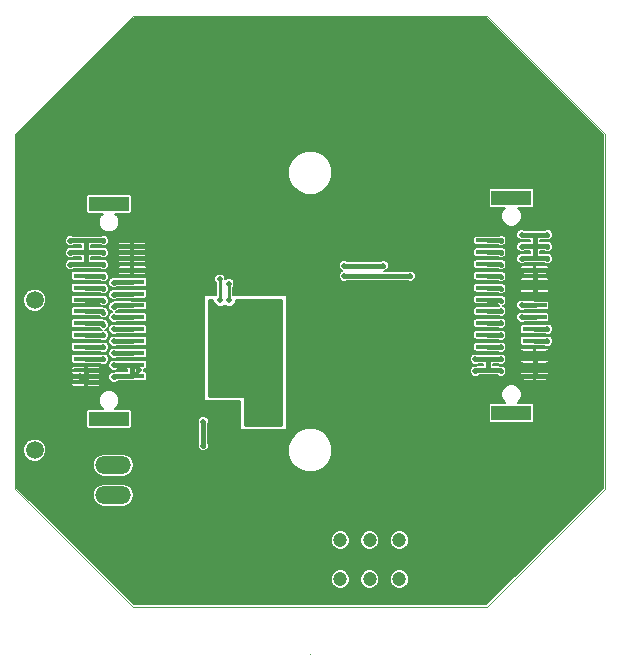
<source format=gbl>
G04 (created by PCBNEW (2013-09-06 BZR 4312)-stable) date P 15 sept  2013 15:04:35 EEST*
%MOIN*%
G04 Gerber Fmt 3.4, Leading zero omitted, Abs format*
%FSLAX34Y34*%
G01*
G70*
G90*
G04 APERTURE LIST*
%ADD10C,0.000787*%
%ADD11C,0.001000*%
%ADD12R,0.133858X0.051181*%
%ADD13R,0.081890X0.015748*%
%ADD14C,0.059055*%
%ADD15O,0.118700X0.059300*%
%ADD16C,0.047244*%
%ADD17C,0.196850*%
%ADD18C,0.020000*%
%ADD19C,0.010000*%
%ADD20C,0.016000*%
%ADD21C,0.008000*%
%ADD22C,0.009000*%
%ADD23C,0.005000*%
G04 APERTURE END LIST*
G54D10*
G54D11*
X49213Y-56692D02*
G75*
G03X49213Y-56692I0J0D01*
G74*
G01*
X49211Y-56692D02*
X49213Y-56692D01*
X49212Y-56691D02*
X49212Y-56693D01*
X43307Y-55118D02*
X39370Y-51181D01*
X55118Y-55118D02*
X43307Y-55118D01*
X59055Y-51181D02*
X55118Y-55118D01*
X59055Y-39370D02*
X59055Y-51181D01*
X55118Y-35433D02*
X59055Y-39370D01*
X43307Y-35433D02*
X55118Y-35433D01*
X39370Y-39370D02*
X43307Y-35433D01*
X39370Y-51181D02*
X39370Y-39370D01*
G54D12*
X42503Y-41692D03*
X42503Y-48858D03*
G54D13*
X41732Y-47637D03*
X41732Y-47244D03*
X41732Y-46850D03*
X41732Y-46456D03*
X41732Y-46062D03*
X41732Y-45669D03*
X41732Y-45275D03*
X41732Y-44881D03*
X41732Y-44488D03*
X41732Y-44094D03*
X41732Y-43700D03*
X41732Y-43307D03*
X41732Y-42913D03*
X43275Y-43110D03*
X43275Y-43503D03*
X43275Y-43897D03*
X43275Y-44291D03*
X43275Y-44685D03*
X43275Y-45078D03*
X43275Y-45472D03*
X43275Y-45866D03*
X43275Y-46259D03*
X43275Y-46653D03*
X43275Y-47047D03*
X43275Y-47440D03*
G54D12*
X42503Y-48858D03*
X42503Y-41692D03*
X55921Y-48661D03*
X55921Y-41496D03*
G54D13*
X56692Y-42716D03*
X56692Y-43110D03*
X56692Y-43503D03*
X56692Y-43897D03*
X56692Y-44291D03*
X56692Y-44685D03*
X56692Y-45078D03*
X56692Y-45472D03*
X56692Y-45866D03*
X56692Y-46259D03*
X56692Y-46653D03*
X56692Y-47047D03*
X56692Y-47440D03*
X55149Y-47244D03*
X55149Y-46850D03*
X55149Y-46456D03*
X55149Y-46062D03*
X55149Y-45669D03*
X55149Y-45275D03*
X55149Y-44881D03*
X55149Y-44488D03*
X55149Y-44094D03*
X55149Y-43700D03*
X55149Y-43307D03*
X55149Y-42913D03*
G54D12*
X55921Y-41496D03*
X55921Y-48661D03*
G54D14*
X40033Y-49901D03*
X40033Y-44901D03*
G54D15*
X42650Y-51400D03*
X42650Y-50400D03*
G54D16*
X51200Y-52900D03*
X51200Y-54199D03*
X52184Y-52900D03*
X52184Y-54199D03*
X50215Y-52900D03*
X50215Y-54199D03*
G54D17*
X44094Y-37007D03*
X54330Y-37007D03*
X54330Y-53543D03*
X44094Y-53543D03*
G54D18*
X41220Y-43718D03*
X41220Y-43318D03*
X41220Y-42918D03*
X43500Y-47238D03*
X57120Y-43518D03*
X57120Y-43118D03*
X57120Y-42718D03*
X54720Y-47268D03*
X54720Y-46868D03*
X56270Y-43518D03*
X56270Y-43118D03*
X56270Y-42718D03*
X55570Y-47268D03*
X55570Y-46868D03*
X42670Y-47468D03*
X42670Y-47068D03*
X42320Y-43718D03*
X42320Y-43318D03*
X42320Y-42918D03*
X45650Y-49750D03*
X45650Y-48950D03*
X42670Y-44318D03*
X42670Y-44718D03*
X42670Y-45118D03*
X42670Y-45468D03*
X42670Y-45868D03*
X42670Y-46268D03*
X42670Y-46668D03*
X55570Y-46468D03*
X55570Y-42918D03*
X47300Y-50800D03*
X40500Y-41000D03*
X40500Y-42000D03*
X40500Y-43000D03*
X40500Y-44000D03*
X41000Y-44500D03*
X41000Y-45500D03*
X41000Y-46500D03*
X41500Y-50500D03*
X41000Y-50000D03*
X41000Y-48500D03*
X41000Y-47500D03*
X43500Y-49000D03*
X44500Y-49000D03*
X42800Y-47750D03*
X45750Y-44250D03*
X45250Y-45000D03*
X45250Y-46000D03*
X45250Y-47000D03*
X45250Y-48000D03*
X44500Y-48000D03*
X43500Y-48000D03*
X41540Y-47440D03*
X42310Y-47640D03*
X49750Y-42750D03*
X48750Y-42750D03*
X47750Y-42750D03*
X46750Y-42750D03*
X45750Y-42750D03*
X48750Y-46500D03*
X49750Y-46500D03*
X49750Y-45500D03*
X48750Y-45500D03*
X48750Y-44500D03*
X49750Y-44500D03*
X49250Y-51500D03*
X49750Y-52000D03*
X43000Y-53000D03*
X42000Y-52000D03*
X46000Y-52000D03*
X45000Y-52000D03*
X44000Y-52000D03*
X43000Y-52000D03*
X53000Y-41000D03*
X52000Y-41000D03*
X51000Y-41000D03*
X51000Y-42000D03*
X52000Y-42000D03*
X54000Y-44000D03*
X53000Y-43000D03*
X54000Y-43000D03*
X55000Y-42000D03*
X54000Y-42000D03*
X44000Y-43000D03*
X45000Y-43000D03*
X45000Y-42000D03*
X44000Y-42000D03*
X55000Y-48000D03*
X54000Y-48000D03*
X52000Y-45000D03*
X53000Y-45000D03*
X53000Y-47000D03*
X53000Y-48000D03*
X51000Y-52000D03*
X51000Y-51000D03*
X50000Y-51000D03*
X49000Y-49000D03*
X50000Y-49000D03*
X53000Y-54000D03*
X53000Y-53000D03*
X53000Y-51000D03*
X53000Y-52000D03*
X54000Y-52000D03*
X55000Y-52000D03*
X57000Y-51000D03*
X57000Y-50000D03*
X56000Y-51000D03*
X55000Y-51000D03*
X54000Y-51000D03*
X54000Y-50000D03*
X53000Y-50000D03*
X53000Y-49000D03*
X54000Y-49000D03*
X55000Y-49000D03*
X55000Y-50000D03*
X56000Y-50000D03*
X56000Y-53000D03*
X56000Y-52000D03*
X57000Y-52000D03*
X54000Y-40000D03*
X55000Y-40000D03*
X56000Y-40000D03*
X57000Y-40000D03*
X58000Y-40000D03*
X58000Y-51000D03*
X58000Y-50000D03*
X58000Y-49000D03*
X57000Y-49000D03*
X57000Y-48000D03*
X58000Y-48000D03*
X58000Y-47000D03*
X58000Y-46000D03*
X58000Y-45000D03*
X58000Y-44000D03*
X58000Y-43000D03*
X58000Y-42000D03*
X58000Y-41000D03*
X48000Y-41000D03*
X47000Y-41000D03*
X46000Y-41000D03*
X41000Y-40000D03*
X42000Y-40000D03*
X43000Y-40000D03*
X44000Y-40000D03*
X45000Y-40000D03*
X46000Y-40000D03*
X47000Y-40000D03*
X48000Y-40000D03*
X40000Y-40000D03*
X53000Y-40000D03*
X52000Y-40000D03*
X51000Y-40000D03*
X50000Y-40000D03*
X39700Y-39700D03*
X39700Y-40300D03*
X39700Y-40900D03*
X39700Y-41500D03*
X39700Y-42100D03*
X39700Y-42700D03*
X39700Y-43300D03*
X39700Y-43900D03*
X39700Y-44500D03*
X39700Y-45300D03*
X39700Y-45900D03*
X39700Y-46500D03*
X39700Y-47100D03*
X39700Y-47700D03*
X39700Y-48300D03*
X39700Y-48900D03*
X39700Y-49500D03*
X39700Y-50300D03*
X39700Y-50900D03*
X40100Y-51300D03*
X40500Y-51700D03*
X41000Y-52200D03*
X41500Y-52700D03*
X42000Y-53200D03*
X42500Y-53700D03*
X43000Y-54200D03*
X43500Y-54700D03*
X44200Y-54800D03*
X44800Y-54800D03*
X45400Y-54800D03*
X46000Y-54800D03*
X46600Y-54800D03*
X47200Y-54800D03*
X47800Y-54800D03*
X48400Y-54800D03*
X50200Y-54800D03*
X50700Y-54800D03*
X51300Y-54800D03*
X51900Y-54800D03*
X52500Y-54800D03*
X53100Y-54800D03*
X53700Y-54800D03*
X54300Y-54800D03*
X54900Y-54800D03*
X55300Y-54400D03*
X55800Y-53900D03*
X56300Y-53400D03*
X56800Y-52900D03*
X57300Y-52400D03*
X57800Y-51900D03*
X58300Y-51400D03*
X58700Y-50900D03*
X40000Y-39200D03*
X40400Y-38800D03*
X40800Y-38400D03*
X41200Y-38000D03*
X41600Y-37600D03*
X42000Y-37200D03*
X42400Y-36800D03*
X42800Y-36400D03*
X43200Y-36000D03*
X43800Y-35800D03*
X44400Y-35800D03*
X45000Y-35800D03*
X45600Y-35800D03*
X46200Y-35800D03*
X46800Y-35800D03*
X47400Y-35800D03*
X48000Y-35800D03*
X48600Y-35800D03*
X49200Y-35800D03*
X49800Y-35800D03*
X50400Y-35800D03*
X51000Y-35800D03*
X51600Y-35800D03*
X52200Y-35800D03*
X52800Y-35800D03*
X53400Y-35800D03*
X54000Y-35800D03*
X54600Y-35800D03*
X55000Y-36000D03*
X55400Y-36400D03*
X55800Y-36800D03*
X56200Y-37200D03*
X56600Y-37600D03*
X57000Y-38000D03*
X57400Y-38400D03*
X57800Y-38800D03*
X58200Y-39200D03*
X58600Y-39600D03*
X58700Y-40200D03*
X58700Y-40800D03*
X58700Y-41400D03*
X58700Y-42000D03*
X58700Y-42600D03*
X58700Y-43200D03*
X58700Y-43800D03*
X58700Y-44400D03*
X58700Y-45000D03*
X58700Y-45600D03*
X58700Y-46200D03*
X58700Y-46800D03*
X58700Y-47400D03*
X58700Y-48000D03*
X58700Y-48600D03*
X58700Y-49200D03*
X58700Y-49800D03*
X58700Y-50400D03*
X47700Y-53300D03*
X47300Y-52200D03*
X47300Y-51800D03*
X51750Y-48750D03*
X50100Y-44450D03*
X50100Y-44850D03*
X50750Y-49950D03*
X50750Y-50350D03*
X52550Y-46850D03*
X52200Y-46000D03*
X52200Y-46350D03*
X51750Y-48000D03*
X51750Y-47600D03*
X51150Y-48000D03*
X51150Y-47600D03*
X51450Y-47800D03*
X46500Y-48900D03*
X46500Y-48550D03*
X50100Y-45200D03*
X50100Y-45600D03*
X50100Y-45950D03*
X50100Y-46350D03*
X50750Y-49150D03*
X50750Y-49550D03*
X43770Y-43918D03*
X43770Y-43518D03*
X43770Y-43118D03*
X57120Y-44718D03*
X57120Y-44318D03*
X57120Y-43918D03*
X57120Y-47468D03*
X57120Y-47068D03*
X57120Y-46668D03*
X56270Y-47468D03*
X56270Y-47068D03*
X56270Y-46668D03*
X56270Y-44718D03*
X56270Y-44318D03*
X56270Y-43918D03*
X42670Y-43918D03*
X42670Y-43518D03*
X42670Y-43118D03*
X42320Y-47268D03*
X47950Y-45900D03*
X47950Y-46800D03*
X46250Y-46800D03*
X46250Y-45900D03*
X46850Y-45050D03*
X45950Y-47550D03*
X45950Y-47900D03*
X47400Y-46750D03*
X46800Y-46750D03*
X47400Y-46050D03*
X47100Y-46400D03*
X46800Y-46050D03*
X48100Y-45550D03*
X47350Y-47550D03*
X47900Y-48150D03*
X47900Y-47650D03*
X47450Y-48300D03*
X47550Y-48600D03*
X42320Y-46868D03*
X42320Y-46468D03*
X42320Y-46068D03*
X42320Y-45718D03*
X42320Y-45318D03*
X42320Y-44918D03*
X42320Y-44518D03*
X42320Y-44118D03*
X56270Y-45068D03*
X56270Y-45468D03*
X57120Y-45868D03*
X52550Y-44100D03*
X46500Y-44900D03*
X46500Y-44350D03*
X50350Y-44100D03*
X55570Y-45668D03*
X50350Y-43750D03*
X46200Y-44200D03*
X46200Y-44900D03*
X51650Y-43750D03*
X55570Y-46068D03*
X55570Y-44918D03*
X55570Y-43718D03*
X55570Y-44518D03*
X55570Y-43318D03*
X55570Y-45268D03*
X55570Y-44118D03*
X57120Y-46268D03*
G54D19*
X43275Y-47440D02*
X43297Y-47440D01*
X43297Y-47440D02*
X43500Y-47238D01*
G54D20*
X41237Y-43700D02*
X41732Y-43700D01*
X41220Y-43718D02*
X41237Y-43700D01*
X41732Y-43307D02*
X41231Y-43307D01*
X41231Y-43307D02*
X41220Y-43318D01*
X41224Y-42913D02*
X41732Y-42913D01*
X41220Y-42918D02*
X41224Y-42913D01*
X43275Y-47047D02*
X43275Y-47440D01*
G54D19*
X43275Y-47047D02*
X43309Y-47047D01*
X43309Y-47047D02*
X43500Y-47238D01*
G54D20*
X57120Y-43518D02*
X57105Y-43503D01*
X57105Y-43503D02*
X56692Y-43503D01*
X56692Y-43110D02*
X57112Y-43110D01*
X57112Y-43110D02*
X57120Y-43118D01*
X57118Y-42716D02*
X56692Y-42716D01*
X57120Y-42718D02*
X57118Y-42716D01*
X54744Y-47244D02*
X55149Y-47244D01*
X54720Y-47268D02*
X54744Y-47244D01*
X55149Y-46850D02*
X54737Y-46850D01*
X54737Y-46850D02*
X54720Y-46868D01*
X56270Y-43518D02*
X56284Y-43503D01*
X56284Y-43503D02*
X56692Y-43503D01*
X56692Y-43110D02*
X56277Y-43110D01*
X56277Y-43110D02*
X56270Y-43118D01*
X56271Y-42716D02*
X56692Y-42716D01*
X56270Y-42718D02*
X56271Y-42716D01*
X56692Y-42716D02*
X56692Y-43110D01*
X56692Y-43110D02*
X56692Y-43503D01*
X55149Y-46850D02*
X55149Y-47244D01*
X55570Y-47268D02*
X55546Y-47244D01*
X55546Y-47244D02*
X55149Y-47244D01*
X55149Y-46850D02*
X55552Y-46850D01*
X55552Y-46850D02*
X55570Y-46868D01*
X42697Y-47440D02*
X43275Y-47440D01*
X42670Y-47468D02*
X42697Y-47440D01*
X43275Y-47047D02*
X42690Y-47047D01*
X42690Y-47047D02*
X42670Y-47068D01*
X41732Y-43700D02*
X41732Y-43307D01*
X41732Y-43307D02*
X41732Y-42913D01*
X41732Y-43700D02*
X42302Y-43700D01*
X42302Y-43700D02*
X42320Y-43718D01*
X42320Y-43318D02*
X42309Y-43307D01*
X42309Y-43307D02*
X41732Y-43307D01*
X42315Y-42913D02*
X41732Y-42913D01*
X42320Y-42918D02*
X42315Y-42913D01*
X45650Y-49750D02*
X45650Y-48950D01*
X42696Y-44291D02*
X43275Y-44291D01*
X42670Y-44318D02*
X42696Y-44291D01*
X43275Y-44685D02*
X42703Y-44685D01*
X42703Y-44685D02*
X42670Y-44718D01*
X42709Y-45078D02*
X43275Y-45078D01*
X42670Y-45118D02*
X42709Y-45078D01*
X43275Y-45472D02*
X42674Y-45472D01*
X42674Y-45472D02*
X42670Y-45468D01*
X42672Y-45866D02*
X43275Y-45866D01*
X42670Y-45868D02*
X42672Y-45866D01*
X43275Y-46259D02*
X42678Y-46259D01*
X42678Y-46259D02*
X42670Y-46268D01*
X42684Y-46653D02*
X43275Y-46653D01*
X42670Y-46668D02*
X42684Y-46653D01*
X55558Y-46456D02*
X55149Y-46456D01*
X55570Y-46468D02*
X55558Y-46456D01*
X55149Y-42913D02*
X55565Y-42913D01*
X55565Y-42913D02*
X55570Y-42918D01*
G54D19*
X40500Y-43000D02*
X40500Y-42000D01*
X41000Y-44500D02*
X40500Y-44000D01*
X41000Y-46500D02*
X41000Y-45500D01*
X41540Y-47440D02*
X41060Y-47440D01*
X41000Y-48500D02*
X41000Y-50000D01*
X41060Y-47440D02*
X41000Y-47500D01*
X44500Y-48000D02*
X44500Y-49000D01*
X42490Y-47640D02*
X42600Y-47750D01*
X42600Y-47750D02*
X42800Y-47750D01*
X42310Y-47640D02*
X42490Y-47640D01*
X45250Y-46000D02*
X45250Y-45000D01*
X45250Y-48000D02*
X45250Y-47000D01*
X43500Y-48000D02*
X44500Y-48000D01*
G54D20*
X41550Y-47450D02*
X41732Y-47450D01*
X41540Y-47440D02*
X41550Y-47450D01*
X41732Y-47244D02*
X41732Y-47450D01*
X41732Y-47450D02*
X41732Y-47637D01*
X42310Y-47640D02*
X42307Y-47637D01*
X42307Y-47637D02*
X41732Y-47637D01*
G54D21*
X49750Y-42750D02*
X49750Y-44500D01*
X47750Y-42750D02*
X48750Y-42750D01*
X45750Y-42750D02*
X46750Y-42750D01*
X49750Y-45500D02*
X49750Y-46500D01*
X48750Y-44500D02*
X48750Y-45500D01*
X51000Y-52000D02*
X49750Y-52000D01*
X41800Y-52200D02*
X42000Y-52000D01*
X41000Y-52200D02*
X41800Y-52200D01*
X45000Y-52000D02*
X46000Y-52000D01*
X43000Y-52000D02*
X44000Y-52000D01*
X52000Y-42000D02*
X54000Y-42000D01*
X52000Y-41000D02*
X51000Y-41000D01*
X51000Y-42000D02*
X52000Y-42000D01*
X53000Y-40000D02*
X53000Y-41000D01*
X53000Y-43000D02*
X54000Y-44000D01*
X55000Y-42000D02*
X54000Y-43000D01*
X44000Y-40000D02*
X44000Y-42000D01*
X45000Y-42000D02*
X45000Y-43000D01*
X53000Y-48000D02*
X54000Y-48000D01*
X53000Y-49000D02*
X53000Y-48000D01*
X53000Y-47000D02*
X53000Y-45000D01*
X50000Y-51000D02*
X50000Y-49000D01*
X51000Y-51000D02*
X50000Y-51000D01*
X53000Y-52000D02*
X51000Y-52000D01*
X53000Y-53000D02*
X53000Y-54000D01*
X53000Y-52000D02*
X53000Y-51000D01*
X55000Y-52000D02*
X54000Y-52000D01*
X55000Y-51000D02*
X56000Y-51000D01*
X54000Y-50000D02*
X54000Y-51000D01*
X53000Y-49000D02*
X53000Y-50000D01*
X55000Y-49000D02*
X54000Y-49000D01*
X56000Y-50000D02*
X55000Y-50000D01*
X57000Y-51000D02*
X57000Y-52000D01*
X56000Y-52000D02*
X56000Y-53000D01*
X53000Y-40000D02*
X54000Y-40000D01*
X55000Y-40000D02*
X56000Y-40000D01*
X57000Y-40000D02*
X58000Y-40000D01*
X58000Y-51000D02*
X57000Y-51000D01*
X58000Y-49000D02*
X58000Y-50000D01*
X57000Y-48000D02*
X57000Y-49000D01*
X58000Y-47000D02*
X58000Y-48000D01*
X58000Y-45000D02*
X58000Y-46000D01*
X58000Y-43000D02*
X58000Y-44000D01*
X58000Y-41000D02*
X58000Y-42000D01*
X46000Y-41000D02*
X47000Y-41000D01*
X48000Y-40000D02*
X49000Y-39000D01*
X41000Y-40000D02*
X42000Y-40000D01*
X43000Y-40000D02*
X44000Y-40000D01*
X45000Y-40000D02*
X46000Y-40000D01*
X47000Y-40000D02*
X48000Y-40000D01*
X39700Y-39700D02*
X40000Y-40000D01*
X51000Y-40000D02*
X52000Y-40000D01*
X49000Y-39000D02*
X50000Y-40000D01*
X58700Y-50400D02*
X58700Y-50900D01*
X39700Y-39700D02*
X39700Y-40300D01*
X39700Y-40900D02*
X39700Y-41500D01*
X39700Y-42100D02*
X39700Y-42700D01*
X39700Y-43300D02*
X39700Y-43900D01*
X39700Y-44500D02*
X39600Y-44600D01*
X39600Y-44600D02*
X39600Y-45100D01*
X39600Y-45100D02*
X39700Y-45200D01*
X39700Y-45200D02*
X39700Y-45300D01*
X39700Y-45900D02*
X39700Y-46500D01*
X39700Y-47100D02*
X39700Y-47700D01*
X39700Y-48300D02*
X39700Y-48900D01*
X39700Y-49500D02*
X39600Y-49600D01*
X39600Y-49600D02*
X39600Y-50100D01*
X39600Y-50100D02*
X39700Y-50200D01*
X39700Y-50200D02*
X39700Y-50300D01*
X39700Y-50900D02*
X40100Y-51300D01*
X40500Y-51700D02*
X41000Y-52200D01*
X41500Y-52700D02*
X42000Y-53200D01*
X42500Y-53700D02*
X43000Y-54200D01*
X43500Y-54700D02*
X43600Y-54800D01*
X43600Y-54800D02*
X44200Y-54800D01*
X44800Y-54800D02*
X45400Y-54800D01*
X46000Y-54800D02*
X46600Y-54800D01*
X47200Y-54800D02*
X47800Y-54800D01*
X48400Y-54800D02*
X50200Y-54800D01*
X50700Y-54800D02*
X51300Y-54800D01*
X51900Y-54800D02*
X52500Y-54800D01*
X53100Y-54800D02*
X53700Y-54800D01*
X54300Y-54800D02*
X54900Y-54800D01*
X55300Y-54400D02*
X55800Y-53900D01*
X56300Y-53400D02*
X56800Y-52900D01*
X57300Y-52400D02*
X57800Y-51900D01*
X58300Y-51400D02*
X58700Y-51000D01*
X58700Y-51000D02*
X58700Y-50900D01*
X56692Y-47440D02*
X58659Y-47440D01*
X40400Y-38800D02*
X40000Y-39200D01*
X41200Y-38000D02*
X40800Y-38400D01*
X42000Y-37200D02*
X41600Y-37600D01*
X42800Y-36400D02*
X42400Y-36800D01*
X43400Y-35800D02*
X43200Y-36000D01*
X43800Y-35800D02*
X43400Y-35800D01*
X45000Y-35800D02*
X44400Y-35800D01*
X46200Y-35800D02*
X45600Y-35800D01*
X47400Y-35800D02*
X46800Y-35800D01*
X48600Y-35800D02*
X48000Y-35800D01*
X49800Y-35800D02*
X49200Y-35800D01*
X51000Y-35800D02*
X50400Y-35800D01*
X52200Y-35800D02*
X51600Y-35800D01*
X53400Y-35800D02*
X52800Y-35800D01*
X54600Y-35800D02*
X54000Y-35800D01*
X55400Y-36400D02*
X55000Y-36000D01*
X56200Y-37200D02*
X55800Y-36800D01*
X57000Y-38000D02*
X56600Y-37600D01*
X57800Y-38800D02*
X57400Y-38400D01*
X58600Y-39600D02*
X58200Y-39200D01*
X58700Y-40800D02*
X58700Y-40200D01*
X58700Y-42000D02*
X58700Y-41400D01*
X58700Y-43200D02*
X58700Y-42600D01*
X58700Y-44400D02*
X58700Y-43800D01*
X58700Y-45600D02*
X58700Y-45000D01*
X58700Y-46800D02*
X58700Y-46200D01*
X58659Y-47440D02*
X58700Y-47400D01*
X58700Y-48000D02*
X58700Y-48600D01*
X58700Y-49200D02*
X58700Y-49800D01*
G54D19*
X51750Y-47600D02*
X51750Y-48000D01*
X51450Y-47800D02*
X51500Y-47800D01*
X51500Y-47800D02*
X51750Y-48000D01*
X51150Y-47600D02*
X51150Y-48000D01*
X51200Y-48000D02*
X51150Y-48000D01*
X51450Y-47800D02*
X51200Y-48000D01*
G54D20*
X43275Y-43897D02*
X43749Y-43897D01*
X43749Y-43897D02*
X43770Y-43918D01*
X43755Y-43503D02*
X43275Y-43503D01*
X43770Y-43518D02*
X43755Y-43503D01*
X43275Y-43110D02*
X43762Y-43110D01*
X43762Y-43110D02*
X43770Y-43118D01*
G54D19*
X41634Y-47244D02*
X41732Y-47244D01*
G54D20*
X56692Y-44685D02*
X57087Y-44685D01*
X57087Y-44685D02*
X57120Y-44718D01*
X57093Y-44291D02*
X56692Y-44291D01*
X57120Y-44318D02*
X57093Y-44291D01*
X56692Y-43897D02*
X57099Y-43897D01*
X57099Y-43897D02*
X57120Y-43918D01*
X56692Y-47440D02*
X57092Y-47440D01*
X57092Y-47440D02*
X57120Y-47468D01*
X57099Y-47047D02*
X56692Y-47047D01*
X57120Y-47068D02*
X57099Y-47047D01*
X56692Y-46653D02*
X57105Y-46653D01*
X57105Y-46653D02*
X57120Y-46668D01*
X56297Y-47440D02*
X56692Y-47440D01*
X56270Y-47468D02*
X56297Y-47440D01*
X56692Y-47047D02*
X56290Y-47047D01*
X56290Y-47047D02*
X56270Y-47068D01*
X56284Y-46653D02*
X56692Y-46653D01*
X56270Y-46668D02*
X56284Y-46653D01*
X56692Y-46653D02*
X56692Y-47047D01*
X56692Y-47047D02*
X56692Y-47440D01*
X56303Y-44685D02*
X56692Y-44685D01*
X56270Y-44718D02*
X56303Y-44685D01*
X56692Y-44291D02*
X56296Y-44291D01*
X56296Y-44291D02*
X56270Y-44318D01*
X56692Y-44685D02*
X56692Y-44291D01*
X56692Y-44291D02*
X56692Y-43897D01*
X56692Y-43897D02*
X56290Y-43897D01*
X56290Y-43897D02*
X56270Y-43918D01*
X43275Y-43897D02*
X42690Y-43897D01*
X42690Y-43897D02*
X42670Y-43918D01*
X42684Y-43503D02*
X43275Y-43503D01*
X42670Y-43518D02*
X42684Y-43503D01*
X43275Y-43110D02*
X42677Y-43110D01*
X42677Y-43110D02*
X42670Y-43118D01*
X42320Y-47268D02*
X42296Y-47244D01*
X42296Y-47244D02*
X41732Y-47244D01*
G54D19*
X47100Y-46400D02*
X47100Y-46450D01*
X47100Y-46450D02*
X47400Y-46750D01*
X47100Y-46450D02*
X46800Y-46750D01*
X47100Y-46400D02*
X47100Y-46350D01*
X47100Y-46350D02*
X47400Y-46050D01*
X47100Y-46350D02*
X46800Y-46050D01*
G54D20*
X41732Y-46850D02*
X42302Y-46850D01*
X42302Y-46850D02*
X42320Y-46868D01*
X42308Y-46456D02*
X41732Y-46456D01*
X42320Y-46468D02*
X42308Y-46456D01*
X41732Y-46062D02*
X42314Y-46062D01*
X42314Y-46062D02*
X42320Y-46068D01*
X42271Y-45669D02*
X41732Y-45669D01*
X42320Y-45718D02*
X42271Y-45669D01*
X41732Y-45275D02*
X42277Y-45275D01*
X42277Y-45275D02*
X42320Y-45318D01*
X42283Y-44881D02*
X41732Y-44881D01*
X42320Y-44918D02*
X42283Y-44881D01*
X41732Y-44488D02*
X42290Y-44488D01*
X42290Y-44488D02*
X42320Y-44518D01*
X42296Y-44094D02*
X41732Y-44094D01*
X42320Y-44118D02*
X42296Y-44094D01*
X56692Y-45078D02*
X56280Y-45078D01*
X56280Y-45078D02*
X56270Y-45068D01*
X56274Y-45472D02*
X56692Y-45472D01*
X56270Y-45468D02*
X56274Y-45472D01*
X56692Y-45866D02*
X57118Y-45866D01*
X57118Y-45866D02*
X57120Y-45868D01*
X50350Y-44100D02*
X52550Y-44100D01*
G54D19*
X46500Y-44900D02*
X46500Y-44350D01*
G54D20*
X55568Y-45669D02*
X55149Y-45669D01*
X55570Y-45668D02*
X55568Y-45669D01*
G54D19*
X46200Y-44900D02*
X46200Y-44200D01*
G54D20*
X50350Y-43750D02*
X51650Y-43750D01*
X55149Y-46062D02*
X55564Y-46062D01*
X55564Y-46062D02*
X55570Y-46068D01*
X55533Y-44881D02*
X55149Y-44881D01*
X55570Y-44918D02*
X55533Y-44881D01*
X55149Y-43700D02*
X55552Y-43700D01*
X55552Y-43700D02*
X55570Y-43718D01*
X55149Y-44488D02*
X55540Y-44488D01*
X55540Y-44488D02*
X55570Y-44518D01*
X55559Y-43307D02*
X55149Y-43307D01*
X55570Y-43318D02*
X55559Y-43307D01*
X55149Y-45275D02*
X55562Y-45275D01*
X55562Y-45275D02*
X55570Y-45268D01*
X55546Y-44094D02*
X55149Y-44094D01*
X55570Y-44118D02*
X55546Y-44094D01*
X57111Y-46259D02*
X56692Y-46259D01*
X57120Y-46268D02*
X57111Y-46259D01*
G54D10*
G36*
X48255Y-49055D02*
X47045Y-49055D01*
X47045Y-48105D01*
X45845Y-48105D01*
X45845Y-46900D01*
X45845Y-45750D01*
X45845Y-44895D01*
X45955Y-44895D01*
X45954Y-44948D01*
X45992Y-45038D01*
X46061Y-45107D01*
X46151Y-45144D01*
X46248Y-45145D01*
X46338Y-45107D01*
X46349Y-45096D01*
X46361Y-45107D01*
X46451Y-45144D01*
X46548Y-45145D01*
X46638Y-45107D01*
X46707Y-45038D01*
X46744Y-44948D01*
X46745Y-44895D01*
X47650Y-44895D01*
X48255Y-44895D01*
X48255Y-45550D01*
X48255Y-47650D01*
X48255Y-48150D01*
X48255Y-49055D01*
X48255Y-49055D01*
G37*
G54D22*
X48255Y-49055D02*
X47045Y-49055D01*
X47045Y-48105D01*
X45845Y-48105D01*
X45845Y-46900D01*
X45845Y-45750D01*
X45845Y-44895D01*
X45955Y-44895D01*
X45954Y-44948D01*
X45992Y-45038D01*
X46061Y-45107D01*
X46151Y-45144D01*
X46248Y-45145D01*
X46338Y-45107D01*
X46349Y-45096D01*
X46361Y-45107D01*
X46451Y-45144D01*
X46548Y-45145D01*
X46638Y-45107D01*
X46707Y-45038D01*
X46744Y-44948D01*
X46745Y-44895D01*
X47650Y-44895D01*
X48255Y-44895D01*
X48255Y-45550D01*
X48255Y-47650D01*
X48255Y-48150D01*
X48255Y-49055D01*
G54D10*
G36*
X58975Y-51147D02*
X57305Y-52817D01*
X57305Y-46231D01*
X57305Y-45831D01*
X57305Y-43481D01*
X57277Y-43413D01*
X57225Y-43361D01*
X57157Y-43333D01*
X57083Y-43333D01*
X57069Y-43338D01*
X56857Y-43338D01*
X56857Y-43275D01*
X57016Y-43275D01*
X57083Y-43303D01*
X57156Y-43303D01*
X57224Y-43275D01*
X57276Y-43223D01*
X57305Y-43155D01*
X57305Y-43081D01*
X57277Y-43013D01*
X57225Y-42961D01*
X57157Y-42933D01*
X57083Y-42933D01*
X57054Y-42945D01*
X56857Y-42945D01*
X56857Y-42881D01*
X57031Y-42881D01*
X57083Y-42903D01*
X57156Y-42903D01*
X57224Y-42875D01*
X57276Y-42823D01*
X57305Y-42755D01*
X57305Y-42681D01*
X57277Y-42613D01*
X57225Y-42561D01*
X57157Y-42533D01*
X57083Y-42533D01*
X57038Y-42551D01*
X56692Y-42551D01*
X56675Y-42551D01*
X56675Y-41768D01*
X56675Y-41735D01*
X56675Y-41223D01*
X56662Y-41192D01*
X56638Y-41168D01*
X56607Y-41155D01*
X56573Y-41155D01*
X55235Y-41155D01*
X55203Y-41168D01*
X55179Y-41192D01*
X55166Y-41223D01*
X55166Y-41257D01*
X55166Y-41768D01*
X55179Y-41800D01*
X55203Y-41824D01*
X55235Y-41836D01*
X55268Y-41836D01*
X55708Y-41836D01*
X55632Y-41912D01*
X55580Y-42038D01*
X55580Y-42173D01*
X55632Y-42299D01*
X55727Y-42395D01*
X55853Y-42447D01*
X55988Y-42447D01*
X56114Y-42395D01*
X56210Y-42299D01*
X56262Y-42174D01*
X56262Y-42038D01*
X56210Y-41913D01*
X56134Y-41836D01*
X56607Y-41836D01*
X56638Y-41824D01*
X56662Y-41800D01*
X56675Y-41768D01*
X56675Y-42551D01*
X56351Y-42551D01*
X56307Y-42533D01*
X56233Y-42533D01*
X56165Y-42561D01*
X56113Y-42613D01*
X56085Y-42681D01*
X56085Y-42754D01*
X56113Y-42822D01*
X56165Y-42874D01*
X56233Y-42903D01*
X56306Y-42903D01*
X56359Y-42881D01*
X56527Y-42881D01*
X56527Y-42945D01*
X56336Y-42945D01*
X56307Y-42933D01*
X56233Y-42933D01*
X56165Y-42961D01*
X56113Y-43013D01*
X56085Y-43081D01*
X56085Y-43154D01*
X56113Y-43222D01*
X56165Y-43274D01*
X56233Y-43303D01*
X56306Y-43303D01*
X56374Y-43275D01*
X56527Y-43275D01*
X56527Y-43338D01*
X56320Y-43338D01*
X56307Y-43333D01*
X56233Y-43333D01*
X56165Y-43361D01*
X56113Y-43413D01*
X56085Y-43481D01*
X56085Y-43554D01*
X56113Y-43622D01*
X56165Y-43674D01*
X56233Y-43703D01*
X56306Y-43703D01*
X56374Y-43675D01*
X56380Y-43668D01*
X56692Y-43668D01*
X57009Y-43668D01*
X57015Y-43674D01*
X57083Y-43703D01*
X57156Y-43703D01*
X57224Y-43675D01*
X57276Y-43623D01*
X57305Y-43555D01*
X57305Y-43481D01*
X57305Y-45831D01*
X57277Y-45763D01*
X57225Y-45711D01*
X57187Y-45695D01*
X57187Y-45568D01*
X57187Y-45534D01*
X57187Y-45376D01*
X57187Y-45174D01*
X57187Y-45140D01*
X57187Y-44983D01*
X57177Y-44958D01*
X57177Y-44778D01*
X57177Y-44728D01*
X57177Y-44641D01*
X57177Y-44591D01*
X57177Y-44384D01*
X57177Y-44335D01*
X57177Y-44247D01*
X57177Y-44197D01*
X57177Y-43991D01*
X57177Y-43941D01*
X57177Y-43853D01*
X57177Y-43803D01*
X57165Y-43776D01*
X57144Y-43755D01*
X57117Y-43743D01*
X57087Y-43743D01*
X56736Y-43743D01*
X56717Y-43762D01*
X56717Y-43872D01*
X57158Y-43872D01*
X57177Y-43853D01*
X57177Y-43941D01*
X57158Y-43922D01*
X56717Y-43922D01*
X56717Y-44032D01*
X56736Y-44051D01*
X57087Y-44051D01*
X57117Y-44051D01*
X57144Y-44039D01*
X57165Y-44018D01*
X57177Y-43991D01*
X57177Y-44197D01*
X57165Y-44170D01*
X57144Y-44149D01*
X57117Y-44137D01*
X57087Y-44137D01*
X56736Y-44137D01*
X56717Y-44156D01*
X56717Y-44266D01*
X57158Y-44266D01*
X57177Y-44247D01*
X57177Y-44335D01*
X57158Y-44316D01*
X56717Y-44316D01*
X56717Y-44426D01*
X56736Y-44445D01*
X57087Y-44445D01*
X57117Y-44445D01*
X57144Y-44433D01*
X57165Y-44412D01*
X57177Y-44384D01*
X57177Y-44591D01*
X57165Y-44563D01*
X57144Y-44542D01*
X57117Y-44531D01*
X57087Y-44531D01*
X56736Y-44531D01*
X56717Y-44550D01*
X56717Y-44660D01*
X57158Y-44660D01*
X57177Y-44641D01*
X57177Y-44728D01*
X57158Y-44710D01*
X56717Y-44710D01*
X56717Y-44820D01*
X56736Y-44838D01*
X57087Y-44838D01*
X57117Y-44838D01*
X57144Y-44827D01*
X57165Y-44806D01*
X57177Y-44778D01*
X57177Y-44958D01*
X57174Y-44951D01*
X57150Y-44927D01*
X57119Y-44915D01*
X57085Y-44915D01*
X56699Y-44915D01*
X56692Y-44913D01*
X56667Y-44913D01*
X56667Y-44820D01*
X56667Y-44710D01*
X56667Y-44660D01*
X56667Y-44550D01*
X56667Y-44426D01*
X56667Y-44316D01*
X56667Y-44266D01*
X56667Y-44156D01*
X56667Y-44032D01*
X56667Y-43922D01*
X56667Y-43872D01*
X56667Y-43762D01*
X56649Y-43743D01*
X56298Y-43743D01*
X56268Y-43743D01*
X56240Y-43755D01*
X56219Y-43776D01*
X56208Y-43803D01*
X56208Y-43853D01*
X56227Y-43872D01*
X56667Y-43872D01*
X56667Y-43922D01*
X56227Y-43922D01*
X56208Y-43941D01*
X56208Y-43991D01*
X56219Y-44018D01*
X56240Y-44039D01*
X56268Y-44051D01*
X56298Y-44051D01*
X56649Y-44051D01*
X56667Y-44032D01*
X56667Y-44156D01*
X56649Y-44137D01*
X56298Y-44137D01*
X56268Y-44137D01*
X56240Y-44149D01*
X56219Y-44170D01*
X56208Y-44197D01*
X56208Y-44247D01*
X56227Y-44266D01*
X56667Y-44266D01*
X56667Y-44316D01*
X56227Y-44316D01*
X56208Y-44335D01*
X56208Y-44384D01*
X56219Y-44412D01*
X56240Y-44433D01*
X56268Y-44445D01*
X56298Y-44445D01*
X56649Y-44445D01*
X56667Y-44426D01*
X56667Y-44550D01*
X56649Y-44531D01*
X56298Y-44531D01*
X56268Y-44531D01*
X56240Y-44542D01*
X56219Y-44563D01*
X56208Y-44591D01*
X56208Y-44641D01*
X56227Y-44660D01*
X56667Y-44660D01*
X56667Y-44710D01*
X56227Y-44710D01*
X56208Y-44728D01*
X56208Y-44778D01*
X56219Y-44806D01*
X56240Y-44827D01*
X56268Y-44838D01*
X56298Y-44838D01*
X56649Y-44838D01*
X56667Y-44820D01*
X56667Y-44913D01*
X56377Y-44913D01*
X56375Y-44911D01*
X56307Y-44883D01*
X56233Y-44883D01*
X56165Y-44911D01*
X56113Y-44963D01*
X56085Y-45031D01*
X56085Y-45104D01*
X56113Y-45172D01*
X56165Y-45224D01*
X56233Y-45253D01*
X56306Y-45253D01*
X56329Y-45243D01*
X56692Y-45243D01*
X56699Y-45242D01*
X57119Y-45242D01*
X57150Y-45229D01*
X57174Y-45205D01*
X57187Y-45174D01*
X57187Y-45376D01*
X57174Y-45345D01*
X57150Y-45321D01*
X57119Y-45308D01*
X57085Y-45308D01*
X56699Y-45308D01*
X56692Y-45307D01*
X56365Y-45307D01*
X56307Y-45283D01*
X56233Y-45283D01*
X56165Y-45311D01*
X56113Y-45363D01*
X56085Y-45431D01*
X56085Y-45504D01*
X56113Y-45572D01*
X56165Y-45624D01*
X56233Y-45653D01*
X56306Y-45653D01*
X56344Y-45637D01*
X56692Y-45637D01*
X56699Y-45636D01*
X57119Y-45636D01*
X57150Y-45623D01*
X57174Y-45599D01*
X57187Y-45568D01*
X57187Y-45695D01*
X57157Y-45683D01*
X57083Y-45683D01*
X57039Y-45701D01*
X56692Y-45701D01*
X56686Y-45702D01*
X56266Y-45702D01*
X56235Y-45715D01*
X56211Y-45739D01*
X56198Y-45770D01*
X56198Y-45804D01*
X56198Y-45961D01*
X56211Y-45993D01*
X56235Y-46016D01*
X56266Y-46029D01*
X56300Y-46029D01*
X56686Y-46029D01*
X56692Y-46031D01*
X57030Y-46031D01*
X57083Y-46053D01*
X57156Y-46053D01*
X57224Y-46025D01*
X57276Y-45973D01*
X57305Y-45905D01*
X57305Y-45831D01*
X57305Y-46231D01*
X57277Y-46163D01*
X57225Y-46111D01*
X57157Y-46083D01*
X57083Y-46083D01*
X57054Y-46094D01*
X56692Y-46094D01*
X56686Y-46096D01*
X56266Y-46096D01*
X56235Y-46109D01*
X56211Y-46132D01*
X56198Y-46164D01*
X56198Y-46198D01*
X56198Y-46355D01*
X56211Y-46386D01*
X56235Y-46410D01*
X56266Y-46423D01*
X56300Y-46423D01*
X56686Y-46423D01*
X56692Y-46424D01*
X57015Y-46424D01*
X57015Y-46424D01*
X57083Y-46453D01*
X57156Y-46453D01*
X57224Y-46425D01*
X57276Y-46373D01*
X57305Y-46305D01*
X57305Y-46231D01*
X57305Y-52817D01*
X57177Y-52945D01*
X57177Y-47534D01*
X57177Y-47484D01*
X57177Y-47397D01*
X57177Y-47347D01*
X57177Y-47140D01*
X57177Y-47090D01*
X57177Y-47003D01*
X57177Y-46953D01*
X57177Y-46747D01*
X57177Y-46697D01*
X57177Y-46609D01*
X57177Y-46559D01*
X57165Y-46532D01*
X57144Y-46511D01*
X57117Y-46499D01*
X57087Y-46499D01*
X56736Y-46499D01*
X56717Y-46518D01*
X56717Y-46628D01*
X57158Y-46628D01*
X57177Y-46609D01*
X57177Y-46697D01*
X57158Y-46678D01*
X56717Y-46678D01*
X56717Y-46788D01*
X56736Y-46807D01*
X57087Y-46807D01*
X57117Y-46807D01*
X57144Y-46795D01*
X57165Y-46774D01*
X57177Y-46747D01*
X57177Y-46953D01*
X57165Y-46926D01*
X57144Y-46904D01*
X57117Y-46893D01*
X57087Y-46893D01*
X56736Y-46893D01*
X56717Y-46912D01*
X56717Y-47022D01*
X57158Y-47022D01*
X57177Y-47003D01*
X57177Y-47090D01*
X57158Y-47072D01*
X56717Y-47072D01*
X56717Y-47182D01*
X56736Y-47200D01*
X57087Y-47200D01*
X57117Y-47200D01*
X57144Y-47189D01*
X57165Y-47168D01*
X57177Y-47140D01*
X57177Y-47347D01*
X57165Y-47319D01*
X57144Y-47298D01*
X57117Y-47287D01*
X57087Y-47287D01*
X56736Y-47287D01*
X56717Y-47305D01*
X56717Y-47415D01*
X57158Y-47415D01*
X57177Y-47397D01*
X57177Y-47484D01*
X57158Y-47465D01*
X56717Y-47465D01*
X56717Y-47575D01*
X56736Y-47594D01*
X57087Y-47594D01*
X57117Y-47594D01*
X57144Y-47583D01*
X57165Y-47562D01*
X57177Y-47534D01*
X57177Y-52945D01*
X56675Y-53447D01*
X56675Y-48934D01*
X56675Y-48900D01*
X56675Y-48388D01*
X56667Y-48370D01*
X56667Y-47575D01*
X56667Y-47465D01*
X56667Y-47415D01*
X56667Y-47305D01*
X56667Y-47182D01*
X56667Y-47072D01*
X56667Y-47022D01*
X56667Y-46912D01*
X56667Y-46788D01*
X56667Y-46678D01*
X56667Y-46628D01*
X56667Y-46518D01*
X56649Y-46499D01*
X56298Y-46499D01*
X56268Y-46499D01*
X56240Y-46511D01*
X56219Y-46532D01*
X56208Y-46559D01*
X56208Y-46609D01*
X56227Y-46628D01*
X56667Y-46628D01*
X56667Y-46678D01*
X56227Y-46678D01*
X56208Y-46697D01*
X56208Y-46747D01*
X56219Y-46774D01*
X56240Y-46795D01*
X56268Y-46807D01*
X56298Y-46807D01*
X56649Y-46807D01*
X56667Y-46788D01*
X56667Y-46912D01*
X56649Y-46893D01*
X56298Y-46893D01*
X56268Y-46893D01*
X56240Y-46904D01*
X56219Y-46926D01*
X56208Y-46953D01*
X56208Y-47003D01*
X56227Y-47022D01*
X56667Y-47022D01*
X56667Y-47072D01*
X56227Y-47072D01*
X56208Y-47090D01*
X56208Y-47140D01*
X56219Y-47168D01*
X56240Y-47189D01*
X56268Y-47200D01*
X56298Y-47200D01*
X56649Y-47200D01*
X56667Y-47182D01*
X56667Y-47305D01*
X56649Y-47287D01*
X56298Y-47287D01*
X56268Y-47287D01*
X56240Y-47298D01*
X56219Y-47319D01*
X56208Y-47347D01*
X56208Y-47397D01*
X56227Y-47415D01*
X56667Y-47415D01*
X56667Y-47465D01*
X56227Y-47465D01*
X56208Y-47484D01*
X56208Y-47534D01*
X56219Y-47562D01*
X56240Y-47583D01*
X56268Y-47594D01*
X56298Y-47594D01*
X56649Y-47594D01*
X56667Y-47575D01*
X56667Y-48370D01*
X56662Y-48357D01*
X56638Y-48333D01*
X56607Y-48320D01*
X56573Y-48320D01*
X56133Y-48320D01*
X56210Y-48244D01*
X56262Y-48119D01*
X56262Y-47983D01*
X56210Y-47858D01*
X56114Y-47762D01*
X55989Y-47710D01*
X55853Y-47710D01*
X55755Y-47750D01*
X55755Y-47231D01*
X55727Y-47163D01*
X55675Y-47111D01*
X55607Y-47083D01*
X55582Y-47083D01*
X55575Y-47080D01*
X55552Y-47080D01*
X55546Y-47079D01*
X55314Y-47079D01*
X55314Y-47015D01*
X55455Y-47015D01*
X55465Y-47024D01*
X55533Y-47053D01*
X55606Y-47053D01*
X55674Y-47025D01*
X55726Y-46973D01*
X55755Y-46905D01*
X55755Y-46831D01*
X55755Y-46431D01*
X55755Y-46031D01*
X55755Y-45631D01*
X55755Y-45231D01*
X55727Y-45163D01*
X55675Y-45111D01*
X55631Y-45093D01*
X55674Y-45075D01*
X55726Y-45023D01*
X55755Y-44955D01*
X55755Y-44881D01*
X55755Y-44481D01*
X55755Y-44081D01*
X55755Y-43681D01*
X55755Y-43281D01*
X55755Y-42881D01*
X55727Y-42813D01*
X55675Y-42761D01*
X55607Y-42733D01*
X55533Y-42733D01*
X55496Y-42748D01*
X55149Y-42748D01*
X55143Y-42749D01*
X54723Y-42749D01*
X54692Y-42762D01*
X54668Y-42786D01*
X54655Y-42817D01*
X54655Y-42851D01*
X54655Y-43009D01*
X54668Y-43040D01*
X54692Y-43064D01*
X54723Y-43077D01*
X54757Y-43077D01*
X55143Y-43077D01*
X55149Y-43078D01*
X55473Y-43078D01*
X55533Y-43103D01*
X55606Y-43103D01*
X55674Y-43075D01*
X55726Y-43023D01*
X55755Y-42955D01*
X55755Y-42881D01*
X55755Y-43281D01*
X55727Y-43213D01*
X55675Y-43161D01*
X55607Y-43133D01*
X55533Y-43133D01*
X55511Y-43142D01*
X55149Y-43142D01*
X55143Y-43143D01*
X54723Y-43143D01*
X54692Y-43156D01*
X54668Y-43180D01*
X54655Y-43211D01*
X54655Y-43245D01*
X54655Y-43402D01*
X54668Y-43433D01*
X54692Y-43457D01*
X54723Y-43470D01*
X54757Y-43470D01*
X55143Y-43470D01*
X55149Y-43472D01*
X55462Y-43472D01*
X55465Y-43474D01*
X55533Y-43503D01*
X55606Y-43503D01*
X55674Y-43475D01*
X55726Y-43423D01*
X55755Y-43355D01*
X55755Y-43281D01*
X55755Y-43681D01*
X55727Y-43613D01*
X55675Y-43561D01*
X55607Y-43533D01*
X55533Y-43533D01*
X55526Y-43535D01*
X55149Y-43535D01*
X55143Y-43537D01*
X54723Y-43537D01*
X54692Y-43549D01*
X54668Y-43573D01*
X54655Y-43605D01*
X54655Y-43638D01*
X54655Y-43796D01*
X54668Y-43827D01*
X54692Y-43851D01*
X54723Y-43864D01*
X54757Y-43864D01*
X55143Y-43864D01*
X55149Y-43865D01*
X55456Y-43865D01*
X55465Y-43874D01*
X55533Y-43903D01*
X55606Y-43903D01*
X55674Y-43875D01*
X55726Y-43823D01*
X55755Y-43755D01*
X55755Y-43681D01*
X55755Y-44081D01*
X55727Y-44013D01*
X55675Y-43961D01*
X55607Y-43933D01*
X55581Y-43933D01*
X55575Y-43930D01*
X55552Y-43930D01*
X55546Y-43929D01*
X55149Y-43929D01*
X55143Y-43930D01*
X54723Y-43930D01*
X54692Y-43943D01*
X54668Y-43967D01*
X54655Y-43998D01*
X54655Y-44032D01*
X54655Y-44190D01*
X54668Y-44221D01*
X54692Y-44245D01*
X54723Y-44258D01*
X54757Y-44258D01*
X55143Y-44258D01*
X55149Y-44259D01*
X55449Y-44259D01*
X55465Y-44274D01*
X55533Y-44303D01*
X55606Y-44303D01*
X55674Y-44275D01*
X55726Y-44223D01*
X55755Y-44155D01*
X55755Y-44081D01*
X55755Y-44481D01*
X55727Y-44413D01*
X55675Y-44361D01*
X55607Y-44333D01*
X55596Y-44333D01*
X55575Y-44324D01*
X55546Y-44324D01*
X55540Y-44323D01*
X55149Y-44323D01*
X55143Y-44324D01*
X54723Y-44324D01*
X54692Y-44337D01*
X54668Y-44361D01*
X54655Y-44392D01*
X54655Y-44426D01*
X54655Y-44583D01*
X54668Y-44615D01*
X54692Y-44638D01*
X54723Y-44651D01*
X54757Y-44651D01*
X55143Y-44651D01*
X55149Y-44653D01*
X55443Y-44653D01*
X55465Y-44674D01*
X55533Y-44703D01*
X55606Y-44703D01*
X55674Y-44675D01*
X55726Y-44623D01*
X55755Y-44555D01*
X55755Y-44481D01*
X55755Y-44881D01*
X55727Y-44813D01*
X55675Y-44761D01*
X55610Y-44734D01*
X55607Y-44731D01*
X55575Y-44718D01*
X55542Y-44718D01*
X55540Y-44718D01*
X55533Y-44716D01*
X55149Y-44716D01*
X55143Y-44718D01*
X54723Y-44718D01*
X54692Y-44731D01*
X54668Y-44755D01*
X54655Y-44786D01*
X54655Y-44820D01*
X54655Y-44977D01*
X54668Y-45008D01*
X54692Y-45032D01*
X54723Y-45045D01*
X54757Y-45045D01*
X55143Y-45045D01*
X55149Y-45046D01*
X55437Y-45046D01*
X55465Y-45074D01*
X55509Y-45093D01*
X55466Y-45110D01*
X55149Y-45110D01*
X55143Y-45111D01*
X54723Y-45111D01*
X54692Y-45124D01*
X54668Y-45148D01*
X54655Y-45179D01*
X54655Y-45213D01*
X54655Y-45371D01*
X54668Y-45402D01*
X54692Y-45426D01*
X54723Y-45439D01*
X54757Y-45439D01*
X55143Y-45439D01*
X55149Y-45440D01*
X55503Y-45440D01*
X55533Y-45453D01*
X55606Y-45453D01*
X55674Y-45425D01*
X55726Y-45373D01*
X55755Y-45305D01*
X55755Y-45231D01*
X55755Y-45631D01*
X55727Y-45563D01*
X55675Y-45511D01*
X55607Y-45483D01*
X55533Y-45483D01*
X55482Y-45504D01*
X55149Y-45504D01*
X55143Y-45505D01*
X54723Y-45505D01*
X54692Y-45518D01*
X54668Y-45542D01*
X54655Y-45573D01*
X54655Y-45607D01*
X54655Y-45764D01*
X54668Y-45796D01*
X54692Y-45820D01*
X54723Y-45833D01*
X54757Y-45833D01*
X55143Y-45833D01*
X55149Y-45834D01*
X55487Y-45834D01*
X55533Y-45853D01*
X55606Y-45853D01*
X55674Y-45825D01*
X55726Y-45773D01*
X55755Y-45705D01*
X55755Y-45631D01*
X55755Y-46031D01*
X55727Y-45963D01*
X55675Y-45911D01*
X55607Y-45883D01*
X55533Y-45883D01*
X55497Y-45897D01*
X55149Y-45897D01*
X55143Y-45899D01*
X54723Y-45899D01*
X54692Y-45912D01*
X54668Y-45936D01*
X54655Y-45967D01*
X54655Y-46001D01*
X54655Y-46158D01*
X54668Y-46189D01*
X54692Y-46213D01*
X54723Y-46226D01*
X54757Y-46226D01*
X55143Y-46226D01*
X55149Y-46227D01*
X55472Y-46227D01*
X55533Y-46253D01*
X55606Y-46253D01*
X55674Y-46225D01*
X55726Y-46173D01*
X55755Y-46105D01*
X55755Y-46031D01*
X55755Y-46431D01*
X55727Y-46363D01*
X55675Y-46311D01*
X55607Y-46283D01*
X55533Y-46283D01*
X55512Y-46291D01*
X55149Y-46291D01*
X55143Y-46292D01*
X54723Y-46292D01*
X54692Y-46305D01*
X54668Y-46329D01*
X54655Y-46361D01*
X54655Y-46394D01*
X54655Y-46552D01*
X54668Y-46583D01*
X54692Y-46607D01*
X54723Y-46620D01*
X54757Y-46620D01*
X55143Y-46620D01*
X55149Y-46621D01*
X55461Y-46621D01*
X55465Y-46624D01*
X55533Y-46653D01*
X55606Y-46653D01*
X55674Y-46625D01*
X55726Y-46573D01*
X55755Y-46505D01*
X55755Y-46431D01*
X55755Y-46831D01*
X55727Y-46763D01*
X55675Y-46711D01*
X55607Y-46683D01*
X55533Y-46683D01*
X55527Y-46685D01*
X55149Y-46685D01*
X54762Y-46685D01*
X54757Y-46683D01*
X54683Y-46683D01*
X54615Y-46711D01*
X54563Y-46763D01*
X54535Y-46831D01*
X54535Y-46904D01*
X54563Y-46972D01*
X54615Y-47024D01*
X54683Y-47053D01*
X54756Y-47053D01*
X54824Y-47025D01*
X54834Y-47015D01*
X54984Y-47015D01*
X54984Y-47079D01*
X54744Y-47079D01*
X54737Y-47080D01*
X54723Y-47080D01*
X54716Y-47083D01*
X54683Y-47083D01*
X54615Y-47111D01*
X54563Y-47163D01*
X54535Y-47231D01*
X54535Y-47304D01*
X54563Y-47372D01*
X54615Y-47424D01*
X54683Y-47453D01*
X54756Y-47453D01*
X54824Y-47425D01*
X54840Y-47409D01*
X55149Y-47409D01*
X55449Y-47409D01*
X55465Y-47424D01*
X55533Y-47453D01*
X55606Y-47453D01*
X55674Y-47425D01*
X55726Y-47373D01*
X55755Y-47305D01*
X55755Y-47231D01*
X55755Y-47750D01*
X55728Y-47762D01*
X55632Y-47857D01*
X55580Y-47983D01*
X55580Y-48118D01*
X55632Y-48244D01*
X55708Y-48320D01*
X55235Y-48320D01*
X55203Y-48333D01*
X55179Y-48357D01*
X55166Y-48388D01*
X55166Y-48422D01*
X55166Y-48934D01*
X55179Y-48965D01*
X55203Y-48989D01*
X55235Y-49002D01*
X55268Y-49002D01*
X56607Y-49002D01*
X56638Y-48989D01*
X56662Y-48965D01*
X56675Y-48934D01*
X56675Y-53447D01*
X55084Y-55038D01*
X52735Y-55038D01*
X52735Y-44063D01*
X52706Y-43995D01*
X52654Y-43943D01*
X52586Y-43915D01*
X52513Y-43914D01*
X52464Y-43935D01*
X51686Y-43935D01*
X51754Y-43906D01*
X51806Y-43854D01*
X51834Y-43786D01*
X51835Y-43713D01*
X51806Y-43645D01*
X51754Y-43593D01*
X51686Y-43565D01*
X51613Y-43564D01*
X51564Y-43585D01*
X50435Y-43585D01*
X50386Y-43565D01*
X50313Y-43564D01*
X50245Y-43593D01*
X50193Y-43645D01*
X50165Y-43713D01*
X50164Y-43786D01*
X50193Y-43854D01*
X50245Y-43906D01*
X50289Y-43925D01*
X50245Y-43943D01*
X50193Y-43995D01*
X50165Y-44063D01*
X50164Y-44136D01*
X50193Y-44204D01*
X50245Y-44256D01*
X50313Y-44284D01*
X50386Y-44285D01*
X50435Y-44265D01*
X52464Y-44265D01*
X52513Y-44284D01*
X52586Y-44285D01*
X52654Y-44256D01*
X52706Y-44204D01*
X52734Y-44136D01*
X52735Y-44063D01*
X52735Y-55038D01*
X52505Y-55038D01*
X52505Y-54135D01*
X52505Y-52836D01*
X52456Y-52718D01*
X52366Y-52628D01*
X52248Y-52579D01*
X52120Y-52579D01*
X52002Y-52627D01*
X51912Y-52718D01*
X51863Y-52836D01*
X51862Y-52964D01*
X51911Y-53082D01*
X52002Y-53172D01*
X52120Y-53221D01*
X52247Y-53221D01*
X52365Y-53172D01*
X52456Y-53082D01*
X52505Y-52964D01*
X52505Y-52836D01*
X52505Y-54135D01*
X52456Y-54017D01*
X52366Y-53927D01*
X52248Y-53878D01*
X52120Y-53878D01*
X52002Y-53927D01*
X51912Y-54017D01*
X51863Y-54135D01*
X51862Y-54263D01*
X51911Y-54381D01*
X52002Y-54471D01*
X52120Y-54520D01*
X52247Y-54520D01*
X52365Y-54472D01*
X52456Y-54381D01*
X52505Y-54263D01*
X52505Y-54135D01*
X52505Y-55038D01*
X51521Y-55038D01*
X51521Y-54135D01*
X51521Y-52836D01*
X51472Y-52718D01*
X51382Y-52628D01*
X51264Y-52579D01*
X51136Y-52579D01*
X51018Y-52627D01*
X50927Y-52718D01*
X50878Y-52836D01*
X50878Y-52964D01*
X50927Y-53082D01*
X51017Y-53172D01*
X51135Y-53221D01*
X51263Y-53221D01*
X51381Y-53172D01*
X51472Y-53082D01*
X51521Y-52964D01*
X51521Y-52836D01*
X51521Y-54135D01*
X51472Y-54017D01*
X51382Y-53927D01*
X51264Y-53878D01*
X51136Y-53878D01*
X51018Y-53927D01*
X50927Y-54017D01*
X50878Y-54135D01*
X50878Y-54263D01*
X50927Y-54381D01*
X51017Y-54471D01*
X51135Y-54520D01*
X51263Y-54520D01*
X51381Y-54472D01*
X51472Y-54381D01*
X51521Y-54263D01*
X51521Y-54135D01*
X51521Y-55038D01*
X50537Y-55038D01*
X50537Y-54135D01*
X50537Y-52836D01*
X50488Y-52718D01*
X50397Y-52628D01*
X50279Y-52579D01*
X50152Y-52579D01*
X50034Y-52627D01*
X49947Y-52714D01*
X49947Y-49756D01*
X49947Y-40504D01*
X49835Y-40234D01*
X49629Y-40027D01*
X49359Y-39915D01*
X49067Y-39914D01*
X48797Y-40026D01*
X48590Y-40232D01*
X48478Y-40502D01*
X48477Y-40795D01*
X48589Y-41065D01*
X48795Y-41272D01*
X49065Y-41384D01*
X49358Y-41384D01*
X49628Y-41272D01*
X49835Y-41066D01*
X49947Y-40796D01*
X49947Y-40504D01*
X49947Y-49756D01*
X49835Y-49485D01*
X49629Y-49279D01*
X49359Y-49167D01*
X49067Y-49166D01*
X48797Y-49278D01*
X48590Y-49484D01*
X48478Y-49754D01*
X48477Y-50047D01*
X48589Y-50317D01*
X48795Y-50523D01*
X49065Y-50636D01*
X49358Y-50636D01*
X49628Y-50524D01*
X49835Y-50318D01*
X49947Y-50048D01*
X49947Y-49756D01*
X49947Y-52714D01*
X49943Y-52718D01*
X49894Y-52836D01*
X49894Y-52964D01*
X49943Y-53082D01*
X50033Y-53172D01*
X50151Y-53221D01*
X50279Y-53221D01*
X50397Y-53172D01*
X50487Y-53082D01*
X50536Y-52964D01*
X50537Y-52836D01*
X50537Y-54135D01*
X50488Y-54017D01*
X50397Y-53927D01*
X50279Y-53878D01*
X50152Y-53878D01*
X50034Y-53927D01*
X49943Y-54017D01*
X49894Y-54135D01*
X49894Y-54263D01*
X49943Y-54381D01*
X50033Y-54471D01*
X50151Y-54520D01*
X50279Y-54520D01*
X50397Y-54472D01*
X50487Y-54381D01*
X50536Y-54263D01*
X50537Y-54135D01*
X50537Y-55038D01*
X48425Y-55038D01*
X48425Y-49225D01*
X48425Y-44725D01*
X46635Y-44725D01*
X46635Y-44476D01*
X46656Y-44454D01*
X46684Y-44386D01*
X46685Y-44313D01*
X46656Y-44245D01*
X46604Y-44193D01*
X46536Y-44165D01*
X46463Y-44164D01*
X46395Y-44193D01*
X46384Y-44203D01*
X46385Y-44163D01*
X46356Y-44095D01*
X46304Y-44043D01*
X46236Y-44015D01*
X46163Y-44014D01*
X46095Y-44043D01*
X46043Y-44095D01*
X46015Y-44163D01*
X46014Y-44236D01*
X46043Y-44304D01*
X46065Y-44326D01*
X46065Y-44725D01*
X45675Y-44725D01*
X45675Y-48275D01*
X46875Y-48275D01*
X46875Y-49225D01*
X48350Y-49225D01*
X48425Y-49225D01*
X48425Y-55038D01*
X45835Y-55038D01*
X45835Y-49713D01*
X45815Y-49664D01*
X45815Y-49035D01*
X45834Y-48986D01*
X45835Y-48913D01*
X45806Y-48845D01*
X45754Y-48793D01*
X45686Y-48765D01*
X45613Y-48764D01*
X45545Y-48793D01*
X45493Y-48845D01*
X45465Y-48913D01*
X45464Y-48986D01*
X45485Y-49035D01*
X45485Y-49664D01*
X45465Y-49713D01*
X45464Y-49786D01*
X45493Y-49854D01*
X45545Y-49906D01*
X45613Y-49934D01*
X45686Y-49935D01*
X45754Y-49906D01*
X45806Y-49854D01*
X45834Y-49786D01*
X45835Y-49713D01*
X45835Y-55038D01*
X43770Y-55038D01*
X43770Y-47536D01*
X43770Y-47502D01*
X43770Y-47345D01*
X43757Y-47314D01*
X43733Y-47290D01*
X43701Y-47277D01*
X43684Y-47277D01*
X43685Y-47275D01*
X43685Y-47210D01*
X43701Y-47210D01*
X43733Y-47198D01*
X43757Y-47174D01*
X43770Y-47142D01*
X43770Y-47109D01*
X43770Y-46951D01*
X43770Y-46749D01*
X43770Y-46715D01*
X43770Y-46557D01*
X43770Y-46355D01*
X43770Y-46321D01*
X43770Y-46164D01*
X43770Y-45961D01*
X43770Y-45927D01*
X43770Y-45770D01*
X43770Y-45568D01*
X43770Y-45534D01*
X43770Y-45376D01*
X43757Y-45345D01*
X43733Y-45321D01*
X43701Y-45308D01*
X43668Y-45308D01*
X43281Y-45308D01*
X43275Y-45307D01*
X42765Y-45307D01*
X42731Y-45293D01*
X42774Y-45275D01*
X42806Y-45243D01*
X43275Y-45243D01*
X43281Y-45242D01*
X43701Y-45242D01*
X43733Y-45229D01*
X43757Y-45205D01*
X43770Y-45174D01*
X43770Y-45140D01*
X43770Y-44983D01*
X43770Y-44780D01*
X43770Y-44746D01*
X43770Y-44589D01*
X43770Y-44386D01*
X43770Y-44353D01*
X43770Y-44195D01*
X43760Y-44171D01*
X43760Y-43991D01*
X43760Y-43941D01*
X43760Y-43853D01*
X43760Y-43803D01*
X43760Y-43597D01*
X43760Y-43547D01*
X43760Y-43460D01*
X43760Y-43410D01*
X43760Y-43203D01*
X43760Y-43153D01*
X43760Y-43066D01*
X43760Y-43016D01*
X43748Y-42989D01*
X43727Y-42967D01*
X43699Y-42956D01*
X43670Y-42956D01*
X43319Y-42956D01*
X43300Y-42975D01*
X43300Y-43085D01*
X43741Y-43085D01*
X43760Y-43066D01*
X43760Y-43153D01*
X43741Y-43135D01*
X43300Y-43135D01*
X43300Y-43245D01*
X43319Y-43263D01*
X43670Y-43263D01*
X43699Y-43263D01*
X43727Y-43252D01*
X43748Y-43231D01*
X43760Y-43203D01*
X43760Y-43410D01*
X43748Y-43382D01*
X43727Y-43361D01*
X43699Y-43350D01*
X43670Y-43350D01*
X43319Y-43350D01*
X43300Y-43368D01*
X43300Y-43478D01*
X43741Y-43478D01*
X43760Y-43460D01*
X43760Y-43547D01*
X43741Y-43528D01*
X43300Y-43528D01*
X43300Y-43638D01*
X43319Y-43657D01*
X43670Y-43657D01*
X43699Y-43657D01*
X43727Y-43646D01*
X43748Y-43625D01*
X43760Y-43597D01*
X43760Y-43803D01*
X43748Y-43776D01*
X43727Y-43755D01*
X43699Y-43743D01*
X43670Y-43743D01*
X43319Y-43743D01*
X43300Y-43762D01*
X43300Y-43872D01*
X43741Y-43872D01*
X43760Y-43853D01*
X43760Y-43941D01*
X43741Y-43922D01*
X43300Y-43922D01*
X43300Y-44032D01*
X43319Y-44051D01*
X43670Y-44051D01*
X43699Y-44051D01*
X43727Y-44039D01*
X43748Y-44018D01*
X43760Y-43991D01*
X43760Y-44171D01*
X43757Y-44164D01*
X43733Y-44140D01*
X43701Y-44127D01*
X43668Y-44127D01*
X43281Y-44127D01*
X43275Y-44126D01*
X43258Y-44126D01*
X43258Y-41965D01*
X43258Y-41931D01*
X43258Y-41420D01*
X43245Y-41388D01*
X43221Y-41364D01*
X43190Y-41352D01*
X43156Y-41352D01*
X41817Y-41352D01*
X41786Y-41364D01*
X41762Y-41388D01*
X41749Y-41420D01*
X41749Y-41453D01*
X41749Y-41965D01*
X41762Y-41996D01*
X41786Y-42020D01*
X41817Y-42033D01*
X41851Y-42033D01*
X42291Y-42033D01*
X42215Y-42109D01*
X42163Y-42235D01*
X42162Y-42370D01*
X42214Y-42496D01*
X42310Y-42591D01*
X42435Y-42643D01*
X42571Y-42644D01*
X42696Y-42592D01*
X42792Y-42496D01*
X42844Y-42371D01*
X42844Y-42235D01*
X42793Y-42110D01*
X42716Y-42033D01*
X43190Y-42033D01*
X43221Y-42020D01*
X43245Y-41996D01*
X43258Y-41965D01*
X43258Y-44126D01*
X43250Y-44126D01*
X43250Y-44032D01*
X43250Y-43922D01*
X43250Y-43872D01*
X43250Y-43762D01*
X43250Y-43638D01*
X43250Y-43528D01*
X43250Y-43478D01*
X43250Y-43368D01*
X43250Y-43245D01*
X43250Y-43135D01*
X43250Y-43085D01*
X43250Y-42975D01*
X43231Y-42956D01*
X42881Y-42956D01*
X42851Y-42956D01*
X42823Y-42967D01*
X42802Y-42989D01*
X42791Y-43016D01*
X42791Y-43066D01*
X42809Y-43085D01*
X43250Y-43085D01*
X43250Y-43135D01*
X42809Y-43135D01*
X42791Y-43153D01*
X42791Y-43203D01*
X42802Y-43231D01*
X42823Y-43252D01*
X42851Y-43263D01*
X42881Y-43263D01*
X43231Y-43263D01*
X43250Y-43245D01*
X43250Y-43368D01*
X43231Y-43350D01*
X42881Y-43350D01*
X42851Y-43350D01*
X42823Y-43361D01*
X42802Y-43382D01*
X42791Y-43410D01*
X42791Y-43460D01*
X42809Y-43478D01*
X43250Y-43478D01*
X43250Y-43528D01*
X42809Y-43528D01*
X42791Y-43547D01*
X42791Y-43597D01*
X42802Y-43625D01*
X42823Y-43646D01*
X42851Y-43657D01*
X42881Y-43657D01*
X43231Y-43657D01*
X43250Y-43638D01*
X43250Y-43762D01*
X43231Y-43743D01*
X42881Y-43743D01*
X42851Y-43743D01*
X42823Y-43755D01*
X42802Y-43776D01*
X42791Y-43803D01*
X42791Y-43853D01*
X42809Y-43872D01*
X43250Y-43872D01*
X43250Y-43922D01*
X42809Y-43922D01*
X42791Y-43941D01*
X42791Y-43991D01*
X42802Y-44018D01*
X42823Y-44039D01*
X42851Y-44051D01*
X42881Y-44051D01*
X43231Y-44051D01*
X43250Y-44032D01*
X43250Y-44126D01*
X42696Y-44126D01*
X42662Y-44133D01*
X42662Y-44133D01*
X42633Y-44133D01*
X42565Y-44161D01*
X42513Y-44213D01*
X42505Y-44232D01*
X42505Y-44081D01*
X42505Y-43681D01*
X42477Y-43613D01*
X42425Y-43561D01*
X42357Y-43533D01*
X42283Y-43533D01*
X42276Y-43535D01*
X41897Y-43535D01*
X41897Y-43472D01*
X42212Y-43472D01*
X42215Y-43474D01*
X42283Y-43503D01*
X42356Y-43503D01*
X42424Y-43475D01*
X42476Y-43423D01*
X42505Y-43355D01*
X42505Y-43281D01*
X42477Y-43213D01*
X42425Y-43161D01*
X42357Y-43133D01*
X42283Y-43133D01*
X42261Y-43142D01*
X41897Y-43142D01*
X41897Y-43078D01*
X42223Y-43078D01*
X42283Y-43103D01*
X42356Y-43103D01*
X42424Y-43075D01*
X42476Y-43023D01*
X42505Y-42955D01*
X42505Y-42881D01*
X42477Y-42813D01*
X42425Y-42761D01*
X42357Y-42733D01*
X42283Y-42733D01*
X42246Y-42748D01*
X41732Y-42748D01*
X41293Y-42748D01*
X41257Y-42733D01*
X41183Y-42733D01*
X41115Y-42761D01*
X41063Y-42813D01*
X41035Y-42881D01*
X41035Y-42954D01*
X41063Y-43022D01*
X41115Y-43074D01*
X41183Y-43103D01*
X41256Y-43103D01*
X41316Y-43078D01*
X41567Y-43078D01*
X41567Y-43142D01*
X41278Y-43142D01*
X41257Y-43133D01*
X41183Y-43133D01*
X41115Y-43161D01*
X41063Y-43213D01*
X41035Y-43281D01*
X41035Y-43354D01*
X41063Y-43422D01*
X41115Y-43474D01*
X41183Y-43503D01*
X41256Y-43503D01*
X41324Y-43475D01*
X41327Y-43472D01*
X41567Y-43472D01*
X41567Y-43535D01*
X41263Y-43535D01*
X41257Y-43533D01*
X41183Y-43533D01*
X41115Y-43561D01*
X41063Y-43613D01*
X41035Y-43681D01*
X41035Y-43754D01*
X41063Y-43822D01*
X41115Y-43874D01*
X41183Y-43903D01*
X41256Y-43903D01*
X41324Y-43875D01*
X41334Y-43865D01*
X41732Y-43865D01*
X42206Y-43865D01*
X42215Y-43874D01*
X42283Y-43903D01*
X42356Y-43903D01*
X42424Y-43875D01*
X42476Y-43823D01*
X42505Y-43755D01*
X42505Y-43681D01*
X42505Y-44081D01*
X42477Y-44013D01*
X42425Y-43961D01*
X42357Y-43933D01*
X42314Y-43933D01*
X42296Y-43929D01*
X41732Y-43929D01*
X41725Y-43930D01*
X41305Y-43930D01*
X41274Y-43943D01*
X41250Y-43967D01*
X41237Y-43998D01*
X41237Y-44032D01*
X41237Y-44190D01*
X41250Y-44221D01*
X41274Y-44245D01*
X41305Y-44258D01*
X41339Y-44258D01*
X41725Y-44258D01*
X41732Y-44259D01*
X42199Y-44259D01*
X42215Y-44274D01*
X42283Y-44303D01*
X42356Y-44303D01*
X42424Y-44275D01*
X42476Y-44223D01*
X42505Y-44155D01*
X42505Y-44081D01*
X42505Y-44232D01*
X42485Y-44281D01*
X42485Y-44354D01*
X42513Y-44422D01*
X42565Y-44474D01*
X42633Y-44503D01*
X42706Y-44503D01*
X42774Y-44475D01*
X42793Y-44456D01*
X43275Y-44456D01*
X43281Y-44455D01*
X43701Y-44455D01*
X43733Y-44442D01*
X43757Y-44418D01*
X43770Y-44386D01*
X43770Y-44589D01*
X43757Y-44558D01*
X43733Y-44534D01*
X43701Y-44521D01*
X43668Y-44521D01*
X43281Y-44521D01*
X43275Y-44520D01*
X42703Y-44520D01*
X42640Y-44532D01*
X42639Y-44533D01*
X42633Y-44533D01*
X42565Y-44561D01*
X42513Y-44613D01*
X42505Y-44632D01*
X42505Y-44481D01*
X42477Y-44413D01*
X42425Y-44361D01*
X42357Y-44333D01*
X42340Y-44333D01*
X42340Y-44333D01*
X42290Y-44323D01*
X41732Y-44323D01*
X41725Y-44324D01*
X41305Y-44324D01*
X41274Y-44337D01*
X41250Y-44361D01*
X41237Y-44392D01*
X41237Y-44426D01*
X41237Y-44583D01*
X41250Y-44615D01*
X41274Y-44638D01*
X41305Y-44651D01*
X41339Y-44651D01*
X41725Y-44651D01*
X41732Y-44653D01*
X42193Y-44653D01*
X42215Y-44674D01*
X42283Y-44703D01*
X42356Y-44703D01*
X42424Y-44675D01*
X42476Y-44623D01*
X42505Y-44555D01*
X42505Y-44481D01*
X42505Y-44632D01*
X42485Y-44681D01*
X42485Y-44754D01*
X42513Y-44822D01*
X42565Y-44874D01*
X42633Y-44903D01*
X42706Y-44903D01*
X42774Y-44875D01*
X42799Y-44850D01*
X43275Y-44850D01*
X43281Y-44848D01*
X43701Y-44848D01*
X43733Y-44835D01*
X43757Y-44811D01*
X43770Y-44780D01*
X43770Y-44983D01*
X43757Y-44951D01*
X43733Y-44927D01*
X43701Y-44915D01*
X43668Y-44915D01*
X43281Y-44915D01*
X43275Y-44913D01*
X42709Y-44913D01*
X42646Y-44926D01*
X42636Y-44933D01*
X42633Y-44933D01*
X42565Y-44961D01*
X42513Y-45013D01*
X42505Y-45032D01*
X42505Y-44881D01*
X42477Y-44813D01*
X42425Y-44761D01*
X42357Y-44733D01*
X42352Y-44733D01*
X42347Y-44729D01*
X42283Y-44716D01*
X41732Y-44716D01*
X41725Y-44718D01*
X41305Y-44718D01*
X41274Y-44731D01*
X41250Y-44755D01*
X41237Y-44786D01*
X41237Y-44820D01*
X41237Y-44977D01*
X41250Y-45008D01*
X41274Y-45032D01*
X41305Y-45045D01*
X41339Y-45045D01*
X41725Y-45045D01*
X41732Y-45046D01*
X42187Y-45046D01*
X42215Y-45074D01*
X42283Y-45103D01*
X42356Y-45103D01*
X42424Y-45075D01*
X42476Y-45023D01*
X42505Y-44955D01*
X42505Y-44881D01*
X42505Y-45032D01*
X42485Y-45081D01*
X42485Y-45154D01*
X42513Y-45222D01*
X42565Y-45274D01*
X42609Y-45293D01*
X42565Y-45311D01*
X42513Y-45363D01*
X42505Y-45382D01*
X42505Y-45281D01*
X42477Y-45213D01*
X42425Y-45161D01*
X42357Y-45133D01*
X42355Y-45133D01*
X42340Y-45123D01*
X42277Y-45110D01*
X41732Y-45110D01*
X41725Y-45111D01*
X41305Y-45111D01*
X41274Y-45124D01*
X41250Y-45148D01*
X41237Y-45179D01*
X41237Y-45213D01*
X41237Y-45371D01*
X41250Y-45402D01*
X41274Y-45426D01*
X41305Y-45439D01*
X41339Y-45439D01*
X41725Y-45439D01*
X41732Y-45440D01*
X42180Y-45440D01*
X42215Y-45474D01*
X42283Y-45503D01*
X42356Y-45503D01*
X42424Y-45475D01*
X42476Y-45423D01*
X42505Y-45355D01*
X42505Y-45281D01*
X42505Y-45382D01*
X42485Y-45431D01*
X42485Y-45504D01*
X42513Y-45572D01*
X42565Y-45624D01*
X42633Y-45653D01*
X42706Y-45653D01*
X42744Y-45637D01*
X43275Y-45637D01*
X43281Y-45636D01*
X43701Y-45636D01*
X43733Y-45623D01*
X43757Y-45599D01*
X43770Y-45568D01*
X43770Y-45770D01*
X43757Y-45739D01*
X43733Y-45715D01*
X43701Y-45702D01*
X43668Y-45702D01*
X43281Y-45702D01*
X43275Y-45701D01*
X42750Y-45701D01*
X42707Y-45683D01*
X42633Y-45683D01*
X42565Y-45711D01*
X42513Y-45763D01*
X42485Y-45831D01*
X42485Y-45904D01*
X42513Y-45972D01*
X42565Y-46024D01*
X42633Y-46053D01*
X42706Y-46053D01*
X42759Y-46031D01*
X43275Y-46031D01*
X43281Y-46029D01*
X43701Y-46029D01*
X43733Y-46016D01*
X43757Y-45993D01*
X43770Y-45961D01*
X43770Y-46164D01*
X43757Y-46132D01*
X43733Y-46109D01*
X43701Y-46096D01*
X43668Y-46096D01*
X43281Y-46096D01*
X43275Y-46094D01*
X42735Y-46094D01*
X42707Y-46083D01*
X42633Y-46083D01*
X42565Y-46111D01*
X42513Y-46163D01*
X42505Y-46182D01*
X42505Y-46031D01*
X42477Y-45963D01*
X42425Y-45911D01*
X42381Y-45893D01*
X42424Y-45875D01*
X42476Y-45823D01*
X42505Y-45755D01*
X42505Y-45681D01*
X42477Y-45613D01*
X42425Y-45561D01*
X42361Y-45535D01*
X42361Y-45535D01*
X42334Y-45516D01*
X42271Y-45504D01*
X41732Y-45504D01*
X41725Y-45505D01*
X41305Y-45505D01*
X41274Y-45518D01*
X41250Y-45542D01*
X41237Y-45573D01*
X41237Y-45607D01*
X41237Y-45764D01*
X41250Y-45796D01*
X41274Y-45820D01*
X41305Y-45833D01*
X41339Y-45833D01*
X41725Y-45833D01*
X41732Y-45834D01*
X42174Y-45834D01*
X42215Y-45874D01*
X42259Y-45893D01*
X42247Y-45897D01*
X41732Y-45897D01*
X41725Y-45899D01*
X41305Y-45899D01*
X41274Y-45912D01*
X41250Y-45936D01*
X41237Y-45967D01*
X41237Y-46001D01*
X41237Y-46158D01*
X41250Y-46189D01*
X41274Y-46213D01*
X41305Y-46226D01*
X41339Y-46226D01*
X41725Y-46226D01*
X41732Y-46227D01*
X42222Y-46227D01*
X42283Y-46253D01*
X42356Y-46253D01*
X42424Y-46225D01*
X42476Y-46173D01*
X42505Y-46105D01*
X42505Y-46031D01*
X42505Y-46182D01*
X42485Y-46231D01*
X42485Y-46304D01*
X42513Y-46372D01*
X42565Y-46424D01*
X42633Y-46453D01*
X42706Y-46453D01*
X42774Y-46425D01*
X42774Y-46424D01*
X43275Y-46424D01*
X43281Y-46423D01*
X43701Y-46423D01*
X43733Y-46410D01*
X43757Y-46386D01*
X43770Y-46355D01*
X43770Y-46557D01*
X43757Y-46526D01*
X43733Y-46502D01*
X43701Y-46489D01*
X43668Y-46489D01*
X43281Y-46489D01*
X43275Y-46488D01*
X42720Y-46488D01*
X42707Y-46483D01*
X42633Y-46483D01*
X42565Y-46511D01*
X42513Y-46563D01*
X42505Y-46582D01*
X42505Y-46431D01*
X42477Y-46363D01*
X42425Y-46311D01*
X42357Y-46283D01*
X42283Y-46283D01*
X42262Y-46291D01*
X41732Y-46291D01*
X41725Y-46292D01*
X41305Y-46292D01*
X41274Y-46305D01*
X41250Y-46329D01*
X41237Y-46361D01*
X41237Y-46394D01*
X41237Y-46552D01*
X41250Y-46583D01*
X41274Y-46607D01*
X41305Y-46620D01*
X41339Y-46620D01*
X41725Y-46620D01*
X41732Y-46621D01*
X42211Y-46621D01*
X42215Y-46624D01*
X42283Y-46653D01*
X42356Y-46653D01*
X42424Y-46625D01*
X42476Y-46573D01*
X42505Y-46505D01*
X42505Y-46431D01*
X42505Y-46582D01*
X42485Y-46631D01*
X42485Y-46704D01*
X42513Y-46772D01*
X42565Y-46824D01*
X42633Y-46853D01*
X42706Y-46853D01*
X42774Y-46825D01*
X42781Y-46818D01*
X43275Y-46818D01*
X43281Y-46817D01*
X43701Y-46817D01*
X43733Y-46804D01*
X43757Y-46780D01*
X43770Y-46749D01*
X43770Y-46951D01*
X43757Y-46920D01*
X43733Y-46896D01*
X43701Y-46883D01*
X43668Y-46883D01*
X43281Y-46883D01*
X43275Y-46882D01*
X42690Y-46882D01*
X42686Y-46883D01*
X42633Y-46883D01*
X42565Y-46911D01*
X42513Y-46963D01*
X42505Y-46982D01*
X42505Y-46831D01*
X42477Y-46763D01*
X42425Y-46711D01*
X42357Y-46683D01*
X42283Y-46683D01*
X42277Y-46685D01*
X41732Y-46685D01*
X41725Y-46686D01*
X41305Y-46686D01*
X41274Y-46699D01*
X41250Y-46723D01*
X41237Y-46754D01*
X41237Y-46788D01*
X41237Y-46946D01*
X41250Y-46977D01*
X41274Y-47001D01*
X41305Y-47014D01*
X41339Y-47014D01*
X41725Y-47014D01*
X41732Y-47015D01*
X42205Y-47015D01*
X42215Y-47024D01*
X42283Y-47053D01*
X42356Y-47053D01*
X42424Y-47025D01*
X42476Y-46973D01*
X42505Y-46905D01*
X42505Y-46831D01*
X42505Y-46982D01*
X42485Y-47031D01*
X42485Y-47104D01*
X42513Y-47172D01*
X42565Y-47224D01*
X42633Y-47253D01*
X42706Y-47253D01*
X42774Y-47225D01*
X42787Y-47212D01*
X43110Y-47212D01*
X43110Y-47275D01*
X42697Y-47275D01*
X42661Y-47283D01*
X42661Y-47283D01*
X42633Y-47283D01*
X42565Y-47311D01*
X42513Y-47363D01*
X42485Y-47431D01*
X42485Y-47504D01*
X42513Y-47572D01*
X42565Y-47624D01*
X42633Y-47653D01*
X42706Y-47653D01*
X42774Y-47625D01*
X42793Y-47605D01*
X43275Y-47605D01*
X43281Y-47604D01*
X43701Y-47604D01*
X43733Y-47591D01*
X43757Y-47567D01*
X43770Y-47536D01*
X43770Y-55038D01*
X43341Y-55038D01*
X43341Y-51400D01*
X43341Y-50400D01*
X43312Y-50254D01*
X43258Y-50172D01*
X43258Y-49131D01*
X43258Y-49097D01*
X43258Y-48585D01*
X43245Y-48554D01*
X43221Y-48530D01*
X43190Y-48517D01*
X43156Y-48517D01*
X42716Y-48517D01*
X42792Y-48441D01*
X42844Y-48316D01*
X42844Y-48180D01*
X42793Y-48055D01*
X42697Y-47959D01*
X42572Y-47907D01*
X42436Y-47907D01*
X42311Y-47958D01*
X42216Y-48053D01*
X42216Y-47731D01*
X42216Y-47681D01*
X42216Y-47594D01*
X42216Y-47544D01*
X42216Y-47337D01*
X42216Y-47287D01*
X42216Y-47200D01*
X42216Y-47150D01*
X42205Y-47122D01*
X42184Y-47101D01*
X42156Y-47090D01*
X42126Y-47090D01*
X41776Y-47090D01*
X41757Y-47109D01*
X41757Y-47219D01*
X42197Y-47219D01*
X42216Y-47200D01*
X42216Y-47287D01*
X42197Y-47269D01*
X41757Y-47269D01*
X41757Y-47379D01*
X41776Y-47397D01*
X42126Y-47397D01*
X42156Y-47397D01*
X42184Y-47386D01*
X42205Y-47365D01*
X42216Y-47337D01*
X42216Y-47544D01*
X42205Y-47516D01*
X42184Y-47495D01*
X42156Y-47484D01*
X42126Y-47484D01*
X41776Y-47484D01*
X41757Y-47502D01*
X41757Y-47612D01*
X42197Y-47612D01*
X42216Y-47594D01*
X42216Y-47681D01*
X42197Y-47662D01*
X41757Y-47662D01*
X41757Y-47772D01*
X41776Y-47791D01*
X42126Y-47791D01*
X42156Y-47791D01*
X42184Y-47780D01*
X42205Y-47759D01*
X42216Y-47731D01*
X42216Y-48053D01*
X42215Y-48054D01*
X42163Y-48179D01*
X42162Y-48315D01*
X42214Y-48440D01*
X42291Y-48517D01*
X41817Y-48517D01*
X41786Y-48530D01*
X41762Y-48554D01*
X41749Y-48585D01*
X41749Y-48619D01*
X41749Y-49131D01*
X41762Y-49162D01*
X41786Y-49186D01*
X41817Y-49199D01*
X41851Y-49199D01*
X43190Y-49199D01*
X43221Y-49186D01*
X43245Y-49162D01*
X43258Y-49131D01*
X43258Y-50172D01*
X43230Y-50130D01*
X43106Y-50047D01*
X42960Y-50018D01*
X42339Y-50018D01*
X42193Y-50047D01*
X42069Y-50130D01*
X41987Y-50254D01*
X41958Y-50400D01*
X41987Y-50545D01*
X42069Y-50669D01*
X42193Y-50752D01*
X42339Y-50781D01*
X42960Y-50781D01*
X43106Y-50752D01*
X43230Y-50669D01*
X43312Y-50545D01*
X43341Y-50400D01*
X43341Y-51400D01*
X43312Y-51254D01*
X43230Y-51130D01*
X43106Y-51047D01*
X42960Y-51018D01*
X42339Y-51018D01*
X42193Y-51047D01*
X42069Y-51130D01*
X41987Y-51254D01*
X41958Y-51400D01*
X41987Y-51545D01*
X42069Y-51669D01*
X42193Y-51752D01*
X42339Y-51781D01*
X42960Y-51781D01*
X43106Y-51752D01*
X43230Y-51669D01*
X43312Y-51545D01*
X43341Y-51400D01*
X43341Y-55038D01*
X43340Y-55038D01*
X41707Y-53405D01*
X41707Y-47772D01*
X41707Y-47662D01*
X41707Y-47612D01*
X41707Y-47502D01*
X41707Y-47379D01*
X41707Y-47269D01*
X41707Y-47219D01*
X41707Y-47109D01*
X41688Y-47090D01*
X41337Y-47090D01*
X41307Y-47090D01*
X41280Y-47101D01*
X41259Y-47122D01*
X41247Y-47150D01*
X41247Y-47200D01*
X41266Y-47219D01*
X41707Y-47219D01*
X41707Y-47269D01*
X41266Y-47269D01*
X41247Y-47287D01*
X41247Y-47337D01*
X41259Y-47365D01*
X41280Y-47386D01*
X41307Y-47397D01*
X41337Y-47397D01*
X41688Y-47397D01*
X41707Y-47379D01*
X41707Y-47502D01*
X41688Y-47484D01*
X41337Y-47484D01*
X41307Y-47484D01*
X41280Y-47495D01*
X41259Y-47516D01*
X41247Y-47544D01*
X41247Y-47594D01*
X41266Y-47612D01*
X41707Y-47612D01*
X41707Y-47662D01*
X41266Y-47662D01*
X41247Y-47681D01*
X41247Y-47731D01*
X41259Y-47759D01*
X41280Y-47780D01*
X41307Y-47791D01*
X41337Y-47791D01*
X41688Y-47791D01*
X41707Y-47772D01*
X41707Y-53405D01*
X40413Y-52111D01*
X40413Y-49826D01*
X40413Y-44826D01*
X40356Y-44686D01*
X40249Y-44579D01*
X40109Y-44521D01*
X39958Y-44521D01*
X39818Y-44579D01*
X39711Y-44685D01*
X39653Y-44825D01*
X39653Y-44976D01*
X39710Y-45116D01*
X39817Y-45223D01*
X39957Y-45281D01*
X40108Y-45281D01*
X40248Y-45224D01*
X40355Y-45117D01*
X40413Y-44977D01*
X40413Y-44826D01*
X40413Y-49826D01*
X40356Y-49686D01*
X40249Y-49579D01*
X40109Y-49521D01*
X39958Y-49521D01*
X39818Y-49579D01*
X39711Y-49685D01*
X39653Y-49825D01*
X39653Y-49976D01*
X39710Y-50116D01*
X39817Y-50223D01*
X39957Y-50281D01*
X40108Y-50281D01*
X40248Y-50224D01*
X40355Y-50117D01*
X40413Y-49977D01*
X40413Y-49826D01*
X40413Y-52111D01*
X39450Y-51147D01*
X39450Y-39403D01*
X43340Y-35513D01*
X55084Y-35513D01*
X58975Y-39403D01*
X58975Y-51147D01*
X58975Y-51147D01*
G37*
G54D23*
X58975Y-51147D02*
X57305Y-52817D01*
X57305Y-46231D01*
X57305Y-45831D01*
X57305Y-43481D01*
X57277Y-43413D01*
X57225Y-43361D01*
X57157Y-43333D01*
X57083Y-43333D01*
X57069Y-43338D01*
X56857Y-43338D01*
X56857Y-43275D01*
X57016Y-43275D01*
X57083Y-43303D01*
X57156Y-43303D01*
X57224Y-43275D01*
X57276Y-43223D01*
X57305Y-43155D01*
X57305Y-43081D01*
X57277Y-43013D01*
X57225Y-42961D01*
X57157Y-42933D01*
X57083Y-42933D01*
X57054Y-42945D01*
X56857Y-42945D01*
X56857Y-42881D01*
X57031Y-42881D01*
X57083Y-42903D01*
X57156Y-42903D01*
X57224Y-42875D01*
X57276Y-42823D01*
X57305Y-42755D01*
X57305Y-42681D01*
X57277Y-42613D01*
X57225Y-42561D01*
X57157Y-42533D01*
X57083Y-42533D01*
X57038Y-42551D01*
X56692Y-42551D01*
X56675Y-42551D01*
X56675Y-41768D01*
X56675Y-41735D01*
X56675Y-41223D01*
X56662Y-41192D01*
X56638Y-41168D01*
X56607Y-41155D01*
X56573Y-41155D01*
X55235Y-41155D01*
X55203Y-41168D01*
X55179Y-41192D01*
X55166Y-41223D01*
X55166Y-41257D01*
X55166Y-41768D01*
X55179Y-41800D01*
X55203Y-41824D01*
X55235Y-41836D01*
X55268Y-41836D01*
X55708Y-41836D01*
X55632Y-41912D01*
X55580Y-42038D01*
X55580Y-42173D01*
X55632Y-42299D01*
X55727Y-42395D01*
X55853Y-42447D01*
X55988Y-42447D01*
X56114Y-42395D01*
X56210Y-42299D01*
X56262Y-42174D01*
X56262Y-42038D01*
X56210Y-41913D01*
X56134Y-41836D01*
X56607Y-41836D01*
X56638Y-41824D01*
X56662Y-41800D01*
X56675Y-41768D01*
X56675Y-42551D01*
X56351Y-42551D01*
X56307Y-42533D01*
X56233Y-42533D01*
X56165Y-42561D01*
X56113Y-42613D01*
X56085Y-42681D01*
X56085Y-42754D01*
X56113Y-42822D01*
X56165Y-42874D01*
X56233Y-42903D01*
X56306Y-42903D01*
X56359Y-42881D01*
X56527Y-42881D01*
X56527Y-42945D01*
X56336Y-42945D01*
X56307Y-42933D01*
X56233Y-42933D01*
X56165Y-42961D01*
X56113Y-43013D01*
X56085Y-43081D01*
X56085Y-43154D01*
X56113Y-43222D01*
X56165Y-43274D01*
X56233Y-43303D01*
X56306Y-43303D01*
X56374Y-43275D01*
X56527Y-43275D01*
X56527Y-43338D01*
X56320Y-43338D01*
X56307Y-43333D01*
X56233Y-43333D01*
X56165Y-43361D01*
X56113Y-43413D01*
X56085Y-43481D01*
X56085Y-43554D01*
X56113Y-43622D01*
X56165Y-43674D01*
X56233Y-43703D01*
X56306Y-43703D01*
X56374Y-43675D01*
X56380Y-43668D01*
X56692Y-43668D01*
X57009Y-43668D01*
X57015Y-43674D01*
X57083Y-43703D01*
X57156Y-43703D01*
X57224Y-43675D01*
X57276Y-43623D01*
X57305Y-43555D01*
X57305Y-43481D01*
X57305Y-45831D01*
X57277Y-45763D01*
X57225Y-45711D01*
X57187Y-45695D01*
X57187Y-45568D01*
X57187Y-45534D01*
X57187Y-45376D01*
X57187Y-45174D01*
X57187Y-45140D01*
X57187Y-44983D01*
X57177Y-44958D01*
X57177Y-44778D01*
X57177Y-44728D01*
X57177Y-44641D01*
X57177Y-44591D01*
X57177Y-44384D01*
X57177Y-44335D01*
X57177Y-44247D01*
X57177Y-44197D01*
X57177Y-43991D01*
X57177Y-43941D01*
X57177Y-43853D01*
X57177Y-43803D01*
X57165Y-43776D01*
X57144Y-43755D01*
X57117Y-43743D01*
X57087Y-43743D01*
X56736Y-43743D01*
X56717Y-43762D01*
X56717Y-43872D01*
X57158Y-43872D01*
X57177Y-43853D01*
X57177Y-43941D01*
X57158Y-43922D01*
X56717Y-43922D01*
X56717Y-44032D01*
X56736Y-44051D01*
X57087Y-44051D01*
X57117Y-44051D01*
X57144Y-44039D01*
X57165Y-44018D01*
X57177Y-43991D01*
X57177Y-44197D01*
X57165Y-44170D01*
X57144Y-44149D01*
X57117Y-44137D01*
X57087Y-44137D01*
X56736Y-44137D01*
X56717Y-44156D01*
X56717Y-44266D01*
X57158Y-44266D01*
X57177Y-44247D01*
X57177Y-44335D01*
X57158Y-44316D01*
X56717Y-44316D01*
X56717Y-44426D01*
X56736Y-44445D01*
X57087Y-44445D01*
X57117Y-44445D01*
X57144Y-44433D01*
X57165Y-44412D01*
X57177Y-44384D01*
X57177Y-44591D01*
X57165Y-44563D01*
X57144Y-44542D01*
X57117Y-44531D01*
X57087Y-44531D01*
X56736Y-44531D01*
X56717Y-44550D01*
X56717Y-44660D01*
X57158Y-44660D01*
X57177Y-44641D01*
X57177Y-44728D01*
X57158Y-44710D01*
X56717Y-44710D01*
X56717Y-44820D01*
X56736Y-44838D01*
X57087Y-44838D01*
X57117Y-44838D01*
X57144Y-44827D01*
X57165Y-44806D01*
X57177Y-44778D01*
X57177Y-44958D01*
X57174Y-44951D01*
X57150Y-44927D01*
X57119Y-44915D01*
X57085Y-44915D01*
X56699Y-44915D01*
X56692Y-44913D01*
X56667Y-44913D01*
X56667Y-44820D01*
X56667Y-44710D01*
X56667Y-44660D01*
X56667Y-44550D01*
X56667Y-44426D01*
X56667Y-44316D01*
X56667Y-44266D01*
X56667Y-44156D01*
X56667Y-44032D01*
X56667Y-43922D01*
X56667Y-43872D01*
X56667Y-43762D01*
X56649Y-43743D01*
X56298Y-43743D01*
X56268Y-43743D01*
X56240Y-43755D01*
X56219Y-43776D01*
X56208Y-43803D01*
X56208Y-43853D01*
X56227Y-43872D01*
X56667Y-43872D01*
X56667Y-43922D01*
X56227Y-43922D01*
X56208Y-43941D01*
X56208Y-43991D01*
X56219Y-44018D01*
X56240Y-44039D01*
X56268Y-44051D01*
X56298Y-44051D01*
X56649Y-44051D01*
X56667Y-44032D01*
X56667Y-44156D01*
X56649Y-44137D01*
X56298Y-44137D01*
X56268Y-44137D01*
X56240Y-44149D01*
X56219Y-44170D01*
X56208Y-44197D01*
X56208Y-44247D01*
X56227Y-44266D01*
X56667Y-44266D01*
X56667Y-44316D01*
X56227Y-44316D01*
X56208Y-44335D01*
X56208Y-44384D01*
X56219Y-44412D01*
X56240Y-44433D01*
X56268Y-44445D01*
X56298Y-44445D01*
X56649Y-44445D01*
X56667Y-44426D01*
X56667Y-44550D01*
X56649Y-44531D01*
X56298Y-44531D01*
X56268Y-44531D01*
X56240Y-44542D01*
X56219Y-44563D01*
X56208Y-44591D01*
X56208Y-44641D01*
X56227Y-44660D01*
X56667Y-44660D01*
X56667Y-44710D01*
X56227Y-44710D01*
X56208Y-44728D01*
X56208Y-44778D01*
X56219Y-44806D01*
X56240Y-44827D01*
X56268Y-44838D01*
X56298Y-44838D01*
X56649Y-44838D01*
X56667Y-44820D01*
X56667Y-44913D01*
X56377Y-44913D01*
X56375Y-44911D01*
X56307Y-44883D01*
X56233Y-44883D01*
X56165Y-44911D01*
X56113Y-44963D01*
X56085Y-45031D01*
X56085Y-45104D01*
X56113Y-45172D01*
X56165Y-45224D01*
X56233Y-45253D01*
X56306Y-45253D01*
X56329Y-45243D01*
X56692Y-45243D01*
X56699Y-45242D01*
X57119Y-45242D01*
X57150Y-45229D01*
X57174Y-45205D01*
X57187Y-45174D01*
X57187Y-45376D01*
X57174Y-45345D01*
X57150Y-45321D01*
X57119Y-45308D01*
X57085Y-45308D01*
X56699Y-45308D01*
X56692Y-45307D01*
X56365Y-45307D01*
X56307Y-45283D01*
X56233Y-45283D01*
X56165Y-45311D01*
X56113Y-45363D01*
X56085Y-45431D01*
X56085Y-45504D01*
X56113Y-45572D01*
X56165Y-45624D01*
X56233Y-45653D01*
X56306Y-45653D01*
X56344Y-45637D01*
X56692Y-45637D01*
X56699Y-45636D01*
X57119Y-45636D01*
X57150Y-45623D01*
X57174Y-45599D01*
X57187Y-45568D01*
X57187Y-45695D01*
X57157Y-45683D01*
X57083Y-45683D01*
X57039Y-45701D01*
X56692Y-45701D01*
X56686Y-45702D01*
X56266Y-45702D01*
X56235Y-45715D01*
X56211Y-45739D01*
X56198Y-45770D01*
X56198Y-45804D01*
X56198Y-45961D01*
X56211Y-45993D01*
X56235Y-46016D01*
X56266Y-46029D01*
X56300Y-46029D01*
X56686Y-46029D01*
X56692Y-46031D01*
X57030Y-46031D01*
X57083Y-46053D01*
X57156Y-46053D01*
X57224Y-46025D01*
X57276Y-45973D01*
X57305Y-45905D01*
X57305Y-45831D01*
X57305Y-46231D01*
X57277Y-46163D01*
X57225Y-46111D01*
X57157Y-46083D01*
X57083Y-46083D01*
X57054Y-46094D01*
X56692Y-46094D01*
X56686Y-46096D01*
X56266Y-46096D01*
X56235Y-46109D01*
X56211Y-46132D01*
X56198Y-46164D01*
X56198Y-46198D01*
X56198Y-46355D01*
X56211Y-46386D01*
X56235Y-46410D01*
X56266Y-46423D01*
X56300Y-46423D01*
X56686Y-46423D01*
X56692Y-46424D01*
X57015Y-46424D01*
X57015Y-46424D01*
X57083Y-46453D01*
X57156Y-46453D01*
X57224Y-46425D01*
X57276Y-46373D01*
X57305Y-46305D01*
X57305Y-46231D01*
X57305Y-52817D01*
X57177Y-52945D01*
X57177Y-47534D01*
X57177Y-47484D01*
X57177Y-47397D01*
X57177Y-47347D01*
X57177Y-47140D01*
X57177Y-47090D01*
X57177Y-47003D01*
X57177Y-46953D01*
X57177Y-46747D01*
X57177Y-46697D01*
X57177Y-46609D01*
X57177Y-46559D01*
X57165Y-46532D01*
X57144Y-46511D01*
X57117Y-46499D01*
X57087Y-46499D01*
X56736Y-46499D01*
X56717Y-46518D01*
X56717Y-46628D01*
X57158Y-46628D01*
X57177Y-46609D01*
X57177Y-46697D01*
X57158Y-46678D01*
X56717Y-46678D01*
X56717Y-46788D01*
X56736Y-46807D01*
X57087Y-46807D01*
X57117Y-46807D01*
X57144Y-46795D01*
X57165Y-46774D01*
X57177Y-46747D01*
X57177Y-46953D01*
X57165Y-46926D01*
X57144Y-46904D01*
X57117Y-46893D01*
X57087Y-46893D01*
X56736Y-46893D01*
X56717Y-46912D01*
X56717Y-47022D01*
X57158Y-47022D01*
X57177Y-47003D01*
X57177Y-47090D01*
X57158Y-47072D01*
X56717Y-47072D01*
X56717Y-47182D01*
X56736Y-47200D01*
X57087Y-47200D01*
X57117Y-47200D01*
X57144Y-47189D01*
X57165Y-47168D01*
X57177Y-47140D01*
X57177Y-47347D01*
X57165Y-47319D01*
X57144Y-47298D01*
X57117Y-47287D01*
X57087Y-47287D01*
X56736Y-47287D01*
X56717Y-47305D01*
X56717Y-47415D01*
X57158Y-47415D01*
X57177Y-47397D01*
X57177Y-47484D01*
X57158Y-47465D01*
X56717Y-47465D01*
X56717Y-47575D01*
X56736Y-47594D01*
X57087Y-47594D01*
X57117Y-47594D01*
X57144Y-47583D01*
X57165Y-47562D01*
X57177Y-47534D01*
X57177Y-52945D01*
X56675Y-53447D01*
X56675Y-48934D01*
X56675Y-48900D01*
X56675Y-48388D01*
X56667Y-48370D01*
X56667Y-47575D01*
X56667Y-47465D01*
X56667Y-47415D01*
X56667Y-47305D01*
X56667Y-47182D01*
X56667Y-47072D01*
X56667Y-47022D01*
X56667Y-46912D01*
X56667Y-46788D01*
X56667Y-46678D01*
X56667Y-46628D01*
X56667Y-46518D01*
X56649Y-46499D01*
X56298Y-46499D01*
X56268Y-46499D01*
X56240Y-46511D01*
X56219Y-46532D01*
X56208Y-46559D01*
X56208Y-46609D01*
X56227Y-46628D01*
X56667Y-46628D01*
X56667Y-46678D01*
X56227Y-46678D01*
X56208Y-46697D01*
X56208Y-46747D01*
X56219Y-46774D01*
X56240Y-46795D01*
X56268Y-46807D01*
X56298Y-46807D01*
X56649Y-46807D01*
X56667Y-46788D01*
X56667Y-46912D01*
X56649Y-46893D01*
X56298Y-46893D01*
X56268Y-46893D01*
X56240Y-46904D01*
X56219Y-46926D01*
X56208Y-46953D01*
X56208Y-47003D01*
X56227Y-47022D01*
X56667Y-47022D01*
X56667Y-47072D01*
X56227Y-47072D01*
X56208Y-47090D01*
X56208Y-47140D01*
X56219Y-47168D01*
X56240Y-47189D01*
X56268Y-47200D01*
X56298Y-47200D01*
X56649Y-47200D01*
X56667Y-47182D01*
X56667Y-47305D01*
X56649Y-47287D01*
X56298Y-47287D01*
X56268Y-47287D01*
X56240Y-47298D01*
X56219Y-47319D01*
X56208Y-47347D01*
X56208Y-47397D01*
X56227Y-47415D01*
X56667Y-47415D01*
X56667Y-47465D01*
X56227Y-47465D01*
X56208Y-47484D01*
X56208Y-47534D01*
X56219Y-47562D01*
X56240Y-47583D01*
X56268Y-47594D01*
X56298Y-47594D01*
X56649Y-47594D01*
X56667Y-47575D01*
X56667Y-48370D01*
X56662Y-48357D01*
X56638Y-48333D01*
X56607Y-48320D01*
X56573Y-48320D01*
X56133Y-48320D01*
X56210Y-48244D01*
X56262Y-48119D01*
X56262Y-47983D01*
X56210Y-47858D01*
X56114Y-47762D01*
X55989Y-47710D01*
X55853Y-47710D01*
X55755Y-47750D01*
X55755Y-47231D01*
X55727Y-47163D01*
X55675Y-47111D01*
X55607Y-47083D01*
X55582Y-47083D01*
X55575Y-47080D01*
X55552Y-47080D01*
X55546Y-47079D01*
X55314Y-47079D01*
X55314Y-47015D01*
X55455Y-47015D01*
X55465Y-47024D01*
X55533Y-47053D01*
X55606Y-47053D01*
X55674Y-47025D01*
X55726Y-46973D01*
X55755Y-46905D01*
X55755Y-46831D01*
X55755Y-46431D01*
X55755Y-46031D01*
X55755Y-45631D01*
X55755Y-45231D01*
X55727Y-45163D01*
X55675Y-45111D01*
X55631Y-45093D01*
X55674Y-45075D01*
X55726Y-45023D01*
X55755Y-44955D01*
X55755Y-44881D01*
X55755Y-44481D01*
X55755Y-44081D01*
X55755Y-43681D01*
X55755Y-43281D01*
X55755Y-42881D01*
X55727Y-42813D01*
X55675Y-42761D01*
X55607Y-42733D01*
X55533Y-42733D01*
X55496Y-42748D01*
X55149Y-42748D01*
X55143Y-42749D01*
X54723Y-42749D01*
X54692Y-42762D01*
X54668Y-42786D01*
X54655Y-42817D01*
X54655Y-42851D01*
X54655Y-43009D01*
X54668Y-43040D01*
X54692Y-43064D01*
X54723Y-43077D01*
X54757Y-43077D01*
X55143Y-43077D01*
X55149Y-43078D01*
X55473Y-43078D01*
X55533Y-43103D01*
X55606Y-43103D01*
X55674Y-43075D01*
X55726Y-43023D01*
X55755Y-42955D01*
X55755Y-42881D01*
X55755Y-43281D01*
X55727Y-43213D01*
X55675Y-43161D01*
X55607Y-43133D01*
X55533Y-43133D01*
X55511Y-43142D01*
X55149Y-43142D01*
X55143Y-43143D01*
X54723Y-43143D01*
X54692Y-43156D01*
X54668Y-43180D01*
X54655Y-43211D01*
X54655Y-43245D01*
X54655Y-43402D01*
X54668Y-43433D01*
X54692Y-43457D01*
X54723Y-43470D01*
X54757Y-43470D01*
X55143Y-43470D01*
X55149Y-43472D01*
X55462Y-43472D01*
X55465Y-43474D01*
X55533Y-43503D01*
X55606Y-43503D01*
X55674Y-43475D01*
X55726Y-43423D01*
X55755Y-43355D01*
X55755Y-43281D01*
X55755Y-43681D01*
X55727Y-43613D01*
X55675Y-43561D01*
X55607Y-43533D01*
X55533Y-43533D01*
X55526Y-43535D01*
X55149Y-43535D01*
X55143Y-43537D01*
X54723Y-43537D01*
X54692Y-43549D01*
X54668Y-43573D01*
X54655Y-43605D01*
X54655Y-43638D01*
X54655Y-43796D01*
X54668Y-43827D01*
X54692Y-43851D01*
X54723Y-43864D01*
X54757Y-43864D01*
X55143Y-43864D01*
X55149Y-43865D01*
X55456Y-43865D01*
X55465Y-43874D01*
X55533Y-43903D01*
X55606Y-43903D01*
X55674Y-43875D01*
X55726Y-43823D01*
X55755Y-43755D01*
X55755Y-43681D01*
X55755Y-44081D01*
X55727Y-44013D01*
X55675Y-43961D01*
X55607Y-43933D01*
X55581Y-43933D01*
X55575Y-43930D01*
X55552Y-43930D01*
X55546Y-43929D01*
X55149Y-43929D01*
X55143Y-43930D01*
X54723Y-43930D01*
X54692Y-43943D01*
X54668Y-43967D01*
X54655Y-43998D01*
X54655Y-44032D01*
X54655Y-44190D01*
X54668Y-44221D01*
X54692Y-44245D01*
X54723Y-44258D01*
X54757Y-44258D01*
X55143Y-44258D01*
X55149Y-44259D01*
X55449Y-44259D01*
X55465Y-44274D01*
X55533Y-44303D01*
X55606Y-44303D01*
X55674Y-44275D01*
X55726Y-44223D01*
X55755Y-44155D01*
X55755Y-44081D01*
X55755Y-44481D01*
X55727Y-44413D01*
X55675Y-44361D01*
X55607Y-44333D01*
X55596Y-44333D01*
X55575Y-44324D01*
X55546Y-44324D01*
X55540Y-44323D01*
X55149Y-44323D01*
X55143Y-44324D01*
X54723Y-44324D01*
X54692Y-44337D01*
X54668Y-44361D01*
X54655Y-44392D01*
X54655Y-44426D01*
X54655Y-44583D01*
X54668Y-44615D01*
X54692Y-44638D01*
X54723Y-44651D01*
X54757Y-44651D01*
X55143Y-44651D01*
X55149Y-44653D01*
X55443Y-44653D01*
X55465Y-44674D01*
X55533Y-44703D01*
X55606Y-44703D01*
X55674Y-44675D01*
X55726Y-44623D01*
X55755Y-44555D01*
X55755Y-44481D01*
X55755Y-44881D01*
X55727Y-44813D01*
X55675Y-44761D01*
X55610Y-44734D01*
X55607Y-44731D01*
X55575Y-44718D01*
X55542Y-44718D01*
X55540Y-44718D01*
X55533Y-44716D01*
X55149Y-44716D01*
X55143Y-44718D01*
X54723Y-44718D01*
X54692Y-44731D01*
X54668Y-44755D01*
X54655Y-44786D01*
X54655Y-44820D01*
X54655Y-44977D01*
X54668Y-45008D01*
X54692Y-45032D01*
X54723Y-45045D01*
X54757Y-45045D01*
X55143Y-45045D01*
X55149Y-45046D01*
X55437Y-45046D01*
X55465Y-45074D01*
X55509Y-45093D01*
X55466Y-45110D01*
X55149Y-45110D01*
X55143Y-45111D01*
X54723Y-45111D01*
X54692Y-45124D01*
X54668Y-45148D01*
X54655Y-45179D01*
X54655Y-45213D01*
X54655Y-45371D01*
X54668Y-45402D01*
X54692Y-45426D01*
X54723Y-45439D01*
X54757Y-45439D01*
X55143Y-45439D01*
X55149Y-45440D01*
X55503Y-45440D01*
X55533Y-45453D01*
X55606Y-45453D01*
X55674Y-45425D01*
X55726Y-45373D01*
X55755Y-45305D01*
X55755Y-45231D01*
X55755Y-45631D01*
X55727Y-45563D01*
X55675Y-45511D01*
X55607Y-45483D01*
X55533Y-45483D01*
X55482Y-45504D01*
X55149Y-45504D01*
X55143Y-45505D01*
X54723Y-45505D01*
X54692Y-45518D01*
X54668Y-45542D01*
X54655Y-45573D01*
X54655Y-45607D01*
X54655Y-45764D01*
X54668Y-45796D01*
X54692Y-45820D01*
X54723Y-45833D01*
X54757Y-45833D01*
X55143Y-45833D01*
X55149Y-45834D01*
X55487Y-45834D01*
X55533Y-45853D01*
X55606Y-45853D01*
X55674Y-45825D01*
X55726Y-45773D01*
X55755Y-45705D01*
X55755Y-45631D01*
X55755Y-46031D01*
X55727Y-45963D01*
X55675Y-45911D01*
X55607Y-45883D01*
X55533Y-45883D01*
X55497Y-45897D01*
X55149Y-45897D01*
X55143Y-45899D01*
X54723Y-45899D01*
X54692Y-45912D01*
X54668Y-45936D01*
X54655Y-45967D01*
X54655Y-46001D01*
X54655Y-46158D01*
X54668Y-46189D01*
X54692Y-46213D01*
X54723Y-46226D01*
X54757Y-46226D01*
X55143Y-46226D01*
X55149Y-46227D01*
X55472Y-46227D01*
X55533Y-46253D01*
X55606Y-46253D01*
X55674Y-46225D01*
X55726Y-46173D01*
X55755Y-46105D01*
X55755Y-46031D01*
X55755Y-46431D01*
X55727Y-46363D01*
X55675Y-46311D01*
X55607Y-46283D01*
X55533Y-46283D01*
X55512Y-46291D01*
X55149Y-46291D01*
X55143Y-46292D01*
X54723Y-46292D01*
X54692Y-46305D01*
X54668Y-46329D01*
X54655Y-46361D01*
X54655Y-46394D01*
X54655Y-46552D01*
X54668Y-46583D01*
X54692Y-46607D01*
X54723Y-46620D01*
X54757Y-46620D01*
X55143Y-46620D01*
X55149Y-46621D01*
X55461Y-46621D01*
X55465Y-46624D01*
X55533Y-46653D01*
X55606Y-46653D01*
X55674Y-46625D01*
X55726Y-46573D01*
X55755Y-46505D01*
X55755Y-46431D01*
X55755Y-46831D01*
X55727Y-46763D01*
X55675Y-46711D01*
X55607Y-46683D01*
X55533Y-46683D01*
X55527Y-46685D01*
X55149Y-46685D01*
X54762Y-46685D01*
X54757Y-46683D01*
X54683Y-46683D01*
X54615Y-46711D01*
X54563Y-46763D01*
X54535Y-46831D01*
X54535Y-46904D01*
X54563Y-46972D01*
X54615Y-47024D01*
X54683Y-47053D01*
X54756Y-47053D01*
X54824Y-47025D01*
X54834Y-47015D01*
X54984Y-47015D01*
X54984Y-47079D01*
X54744Y-47079D01*
X54737Y-47080D01*
X54723Y-47080D01*
X54716Y-47083D01*
X54683Y-47083D01*
X54615Y-47111D01*
X54563Y-47163D01*
X54535Y-47231D01*
X54535Y-47304D01*
X54563Y-47372D01*
X54615Y-47424D01*
X54683Y-47453D01*
X54756Y-47453D01*
X54824Y-47425D01*
X54840Y-47409D01*
X55149Y-47409D01*
X55449Y-47409D01*
X55465Y-47424D01*
X55533Y-47453D01*
X55606Y-47453D01*
X55674Y-47425D01*
X55726Y-47373D01*
X55755Y-47305D01*
X55755Y-47231D01*
X55755Y-47750D01*
X55728Y-47762D01*
X55632Y-47857D01*
X55580Y-47983D01*
X55580Y-48118D01*
X55632Y-48244D01*
X55708Y-48320D01*
X55235Y-48320D01*
X55203Y-48333D01*
X55179Y-48357D01*
X55166Y-48388D01*
X55166Y-48422D01*
X55166Y-48934D01*
X55179Y-48965D01*
X55203Y-48989D01*
X55235Y-49002D01*
X55268Y-49002D01*
X56607Y-49002D01*
X56638Y-48989D01*
X56662Y-48965D01*
X56675Y-48934D01*
X56675Y-53447D01*
X55084Y-55038D01*
X52735Y-55038D01*
X52735Y-44063D01*
X52706Y-43995D01*
X52654Y-43943D01*
X52586Y-43915D01*
X52513Y-43914D01*
X52464Y-43935D01*
X51686Y-43935D01*
X51754Y-43906D01*
X51806Y-43854D01*
X51834Y-43786D01*
X51835Y-43713D01*
X51806Y-43645D01*
X51754Y-43593D01*
X51686Y-43565D01*
X51613Y-43564D01*
X51564Y-43585D01*
X50435Y-43585D01*
X50386Y-43565D01*
X50313Y-43564D01*
X50245Y-43593D01*
X50193Y-43645D01*
X50165Y-43713D01*
X50164Y-43786D01*
X50193Y-43854D01*
X50245Y-43906D01*
X50289Y-43925D01*
X50245Y-43943D01*
X50193Y-43995D01*
X50165Y-44063D01*
X50164Y-44136D01*
X50193Y-44204D01*
X50245Y-44256D01*
X50313Y-44284D01*
X50386Y-44285D01*
X50435Y-44265D01*
X52464Y-44265D01*
X52513Y-44284D01*
X52586Y-44285D01*
X52654Y-44256D01*
X52706Y-44204D01*
X52734Y-44136D01*
X52735Y-44063D01*
X52735Y-55038D01*
X52505Y-55038D01*
X52505Y-54135D01*
X52505Y-52836D01*
X52456Y-52718D01*
X52366Y-52628D01*
X52248Y-52579D01*
X52120Y-52579D01*
X52002Y-52627D01*
X51912Y-52718D01*
X51863Y-52836D01*
X51862Y-52964D01*
X51911Y-53082D01*
X52002Y-53172D01*
X52120Y-53221D01*
X52247Y-53221D01*
X52365Y-53172D01*
X52456Y-53082D01*
X52505Y-52964D01*
X52505Y-52836D01*
X52505Y-54135D01*
X52456Y-54017D01*
X52366Y-53927D01*
X52248Y-53878D01*
X52120Y-53878D01*
X52002Y-53927D01*
X51912Y-54017D01*
X51863Y-54135D01*
X51862Y-54263D01*
X51911Y-54381D01*
X52002Y-54471D01*
X52120Y-54520D01*
X52247Y-54520D01*
X52365Y-54472D01*
X52456Y-54381D01*
X52505Y-54263D01*
X52505Y-54135D01*
X52505Y-55038D01*
X51521Y-55038D01*
X51521Y-54135D01*
X51521Y-52836D01*
X51472Y-52718D01*
X51382Y-52628D01*
X51264Y-52579D01*
X51136Y-52579D01*
X51018Y-52627D01*
X50927Y-52718D01*
X50878Y-52836D01*
X50878Y-52964D01*
X50927Y-53082D01*
X51017Y-53172D01*
X51135Y-53221D01*
X51263Y-53221D01*
X51381Y-53172D01*
X51472Y-53082D01*
X51521Y-52964D01*
X51521Y-52836D01*
X51521Y-54135D01*
X51472Y-54017D01*
X51382Y-53927D01*
X51264Y-53878D01*
X51136Y-53878D01*
X51018Y-53927D01*
X50927Y-54017D01*
X50878Y-54135D01*
X50878Y-54263D01*
X50927Y-54381D01*
X51017Y-54471D01*
X51135Y-54520D01*
X51263Y-54520D01*
X51381Y-54472D01*
X51472Y-54381D01*
X51521Y-54263D01*
X51521Y-54135D01*
X51521Y-55038D01*
X50537Y-55038D01*
X50537Y-54135D01*
X50537Y-52836D01*
X50488Y-52718D01*
X50397Y-52628D01*
X50279Y-52579D01*
X50152Y-52579D01*
X50034Y-52627D01*
X49947Y-52714D01*
X49947Y-49756D01*
X49947Y-40504D01*
X49835Y-40234D01*
X49629Y-40027D01*
X49359Y-39915D01*
X49067Y-39914D01*
X48797Y-40026D01*
X48590Y-40232D01*
X48478Y-40502D01*
X48477Y-40795D01*
X48589Y-41065D01*
X48795Y-41272D01*
X49065Y-41384D01*
X49358Y-41384D01*
X49628Y-41272D01*
X49835Y-41066D01*
X49947Y-40796D01*
X49947Y-40504D01*
X49947Y-49756D01*
X49835Y-49485D01*
X49629Y-49279D01*
X49359Y-49167D01*
X49067Y-49166D01*
X48797Y-49278D01*
X48590Y-49484D01*
X48478Y-49754D01*
X48477Y-50047D01*
X48589Y-50317D01*
X48795Y-50523D01*
X49065Y-50636D01*
X49358Y-50636D01*
X49628Y-50524D01*
X49835Y-50318D01*
X49947Y-50048D01*
X49947Y-49756D01*
X49947Y-52714D01*
X49943Y-52718D01*
X49894Y-52836D01*
X49894Y-52964D01*
X49943Y-53082D01*
X50033Y-53172D01*
X50151Y-53221D01*
X50279Y-53221D01*
X50397Y-53172D01*
X50487Y-53082D01*
X50536Y-52964D01*
X50537Y-52836D01*
X50537Y-54135D01*
X50488Y-54017D01*
X50397Y-53927D01*
X50279Y-53878D01*
X50152Y-53878D01*
X50034Y-53927D01*
X49943Y-54017D01*
X49894Y-54135D01*
X49894Y-54263D01*
X49943Y-54381D01*
X50033Y-54471D01*
X50151Y-54520D01*
X50279Y-54520D01*
X50397Y-54472D01*
X50487Y-54381D01*
X50536Y-54263D01*
X50537Y-54135D01*
X50537Y-55038D01*
X48425Y-55038D01*
X48425Y-49225D01*
X48425Y-44725D01*
X46635Y-44725D01*
X46635Y-44476D01*
X46656Y-44454D01*
X46684Y-44386D01*
X46685Y-44313D01*
X46656Y-44245D01*
X46604Y-44193D01*
X46536Y-44165D01*
X46463Y-44164D01*
X46395Y-44193D01*
X46384Y-44203D01*
X46385Y-44163D01*
X46356Y-44095D01*
X46304Y-44043D01*
X46236Y-44015D01*
X46163Y-44014D01*
X46095Y-44043D01*
X46043Y-44095D01*
X46015Y-44163D01*
X46014Y-44236D01*
X46043Y-44304D01*
X46065Y-44326D01*
X46065Y-44725D01*
X45675Y-44725D01*
X45675Y-48275D01*
X46875Y-48275D01*
X46875Y-49225D01*
X48350Y-49225D01*
X48425Y-49225D01*
X48425Y-55038D01*
X45835Y-55038D01*
X45835Y-49713D01*
X45815Y-49664D01*
X45815Y-49035D01*
X45834Y-48986D01*
X45835Y-48913D01*
X45806Y-48845D01*
X45754Y-48793D01*
X45686Y-48765D01*
X45613Y-48764D01*
X45545Y-48793D01*
X45493Y-48845D01*
X45465Y-48913D01*
X45464Y-48986D01*
X45485Y-49035D01*
X45485Y-49664D01*
X45465Y-49713D01*
X45464Y-49786D01*
X45493Y-49854D01*
X45545Y-49906D01*
X45613Y-49934D01*
X45686Y-49935D01*
X45754Y-49906D01*
X45806Y-49854D01*
X45834Y-49786D01*
X45835Y-49713D01*
X45835Y-55038D01*
X43770Y-55038D01*
X43770Y-47536D01*
X43770Y-47502D01*
X43770Y-47345D01*
X43757Y-47314D01*
X43733Y-47290D01*
X43701Y-47277D01*
X43684Y-47277D01*
X43685Y-47275D01*
X43685Y-47210D01*
X43701Y-47210D01*
X43733Y-47198D01*
X43757Y-47174D01*
X43770Y-47142D01*
X43770Y-47109D01*
X43770Y-46951D01*
X43770Y-46749D01*
X43770Y-46715D01*
X43770Y-46557D01*
X43770Y-46355D01*
X43770Y-46321D01*
X43770Y-46164D01*
X43770Y-45961D01*
X43770Y-45927D01*
X43770Y-45770D01*
X43770Y-45568D01*
X43770Y-45534D01*
X43770Y-45376D01*
X43757Y-45345D01*
X43733Y-45321D01*
X43701Y-45308D01*
X43668Y-45308D01*
X43281Y-45308D01*
X43275Y-45307D01*
X42765Y-45307D01*
X42731Y-45293D01*
X42774Y-45275D01*
X42806Y-45243D01*
X43275Y-45243D01*
X43281Y-45242D01*
X43701Y-45242D01*
X43733Y-45229D01*
X43757Y-45205D01*
X43770Y-45174D01*
X43770Y-45140D01*
X43770Y-44983D01*
X43770Y-44780D01*
X43770Y-44746D01*
X43770Y-44589D01*
X43770Y-44386D01*
X43770Y-44353D01*
X43770Y-44195D01*
X43760Y-44171D01*
X43760Y-43991D01*
X43760Y-43941D01*
X43760Y-43853D01*
X43760Y-43803D01*
X43760Y-43597D01*
X43760Y-43547D01*
X43760Y-43460D01*
X43760Y-43410D01*
X43760Y-43203D01*
X43760Y-43153D01*
X43760Y-43066D01*
X43760Y-43016D01*
X43748Y-42989D01*
X43727Y-42967D01*
X43699Y-42956D01*
X43670Y-42956D01*
X43319Y-42956D01*
X43300Y-42975D01*
X43300Y-43085D01*
X43741Y-43085D01*
X43760Y-43066D01*
X43760Y-43153D01*
X43741Y-43135D01*
X43300Y-43135D01*
X43300Y-43245D01*
X43319Y-43263D01*
X43670Y-43263D01*
X43699Y-43263D01*
X43727Y-43252D01*
X43748Y-43231D01*
X43760Y-43203D01*
X43760Y-43410D01*
X43748Y-43382D01*
X43727Y-43361D01*
X43699Y-43350D01*
X43670Y-43350D01*
X43319Y-43350D01*
X43300Y-43368D01*
X43300Y-43478D01*
X43741Y-43478D01*
X43760Y-43460D01*
X43760Y-43547D01*
X43741Y-43528D01*
X43300Y-43528D01*
X43300Y-43638D01*
X43319Y-43657D01*
X43670Y-43657D01*
X43699Y-43657D01*
X43727Y-43646D01*
X43748Y-43625D01*
X43760Y-43597D01*
X43760Y-43803D01*
X43748Y-43776D01*
X43727Y-43755D01*
X43699Y-43743D01*
X43670Y-43743D01*
X43319Y-43743D01*
X43300Y-43762D01*
X43300Y-43872D01*
X43741Y-43872D01*
X43760Y-43853D01*
X43760Y-43941D01*
X43741Y-43922D01*
X43300Y-43922D01*
X43300Y-44032D01*
X43319Y-44051D01*
X43670Y-44051D01*
X43699Y-44051D01*
X43727Y-44039D01*
X43748Y-44018D01*
X43760Y-43991D01*
X43760Y-44171D01*
X43757Y-44164D01*
X43733Y-44140D01*
X43701Y-44127D01*
X43668Y-44127D01*
X43281Y-44127D01*
X43275Y-44126D01*
X43258Y-44126D01*
X43258Y-41965D01*
X43258Y-41931D01*
X43258Y-41420D01*
X43245Y-41388D01*
X43221Y-41364D01*
X43190Y-41352D01*
X43156Y-41352D01*
X41817Y-41352D01*
X41786Y-41364D01*
X41762Y-41388D01*
X41749Y-41420D01*
X41749Y-41453D01*
X41749Y-41965D01*
X41762Y-41996D01*
X41786Y-42020D01*
X41817Y-42033D01*
X41851Y-42033D01*
X42291Y-42033D01*
X42215Y-42109D01*
X42163Y-42235D01*
X42162Y-42370D01*
X42214Y-42496D01*
X42310Y-42591D01*
X42435Y-42643D01*
X42571Y-42644D01*
X42696Y-42592D01*
X42792Y-42496D01*
X42844Y-42371D01*
X42844Y-42235D01*
X42793Y-42110D01*
X42716Y-42033D01*
X43190Y-42033D01*
X43221Y-42020D01*
X43245Y-41996D01*
X43258Y-41965D01*
X43258Y-44126D01*
X43250Y-44126D01*
X43250Y-44032D01*
X43250Y-43922D01*
X43250Y-43872D01*
X43250Y-43762D01*
X43250Y-43638D01*
X43250Y-43528D01*
X43250Y-43478D01*
X43250Y-43368D01*
X43250Y-43245D01*
X43250Y-43135D01*
X43250Y-43085D01*
X43250Y-42975D01*
X43231Y-42956D01*
X42881Y-42956D01*
X42851Y-42956D01*
X42823Y-42967D01*
X42802Y-42989D01*
X42791Y-43016D01*
X42791Y-43066D01*
X42809Y-43085D01*
X43250Y-43085D01*
X43250Y-43135D01*
X42809Y-43135D01*
X42791Y-43153D01*
X42791Y-43203D01*
X42802Y-43231D01*
X42823Y-43252D01*
X42851Y-43263D01*
X42881Y-43263D01*
X43231Y-43263D01*
X43250Y-43245D01*
X43250Y-43368D01*
X43231Y-43350D01*
X42881Y-43350D01*
X42851Y-43350D01*
X42823Y-43361D01*
X42802Y-43382D01*
X42791Y-43410D01*
X42791Y-43460D01*
X42809Y-43478D01*
X43250Y-43478D01*
X43250Y-43528D01*
X42809Y-43528D01*
X42791Y-43547D01*
X42791Y-43597D01*
X42802Y-43625D01*
X42823Y-43646D01*
X42851Y-43657D01*
X42881Y-43657D01*
X43231Y-43657D01*
X43250Y-43638D01*
X43250Y-43762D01*
X43231Y-43743D01*
X42881Y-43743D01*
X42851Y-43743D01*
X42823Y-43755D01*
X42802Y-43776D01*
X42791Y-43803D01*
X42791Y-43853D01*
X42809Y-43872D01*
X43250Y-43872D01*
X43250Y-43922D01*
X42809Y-43922D01*
X42791Y-43941D01*
X42791Y-43991D01*
X42802Y-44018D01*
X42823Y-44039D01*
X42851Y-44051D01*
X42881Y-44051D01*
X43231Y-44051D01*
X43250Y-44032D01*
X43250Y-44126D01*
X42696Y-44126D01*
X42662Y-44133D01*
X42662Y-44133D01*
X42633Y-44133D01*
X42565Y-44161D01*
X42513Y-44213D01*
X42505Y-44232D01*
X42505Y-44081D01*
X42505Y-43681D01*
X42477Y-43613D01*
X42425Y-43561D01*
X42357Y-43533D01*
X42283Y-43533D01*
X42276Y-43535D01*
X41897Y-43535D01*
X41897Y-43472D01*
X42212Y-43472D01*
X42215Y-43474D01*
X42283Y-43503D01*
X42356Y-43503D01*
X42424Y-43475D01*
X42476Y-43423D01*
X42505Y-43355D01*
X42505Y-43281D01*
X42477Y-43213D01*
X42425Y-43161D01*
X42357Y-43133D01*
X42283Y-43133D01*
X42261Y-43142D01*
X41897Y-43142D01*
X41897Y-43078D01*
X42223Y-43078D01*
X42283Y-43103D01*
X42356Y-43103D01*
X42424Y-43075D01*
X42476Y-43023D01*
X42505Y-42955D01*
X42505Y-42881D01*
X42477Y-42813D01*
X42425Y-42761D01*
X42357Y-42733D01*
X42283Y-42733D01*
X42246Y-42748D01*
X41732Y-42748D01*
X41293Y-42748D01*
X41257Y-42733D01*
X41183Y-42733D01*
X41115Y-42761D01*
X41063Y-42813D01*
X41035Y-42881D01*
X41035Y-42954D01*
X41063Y-43022D01*
X41115Y-43074D01*
X41183Y-43103D01*
X41256Y-43103D01*
X41316Y-43078D01*
X41567Y-43078D01*
X41567Y-43142D01*
X41278Y-43142D01*
X41257Y-43133D01*
X41183Y-43133D01*
X41115Y-43161D01*
X41063Y-43213D01*
X41035Y-43281D01*
X41035Y-43354D01*
X41063Y-43422D01*
X41115Y-43474D01*
X41183Y-43503D01*
X41256Y-43503D01*
X41324Y-43475D01*
X41327Y-43472D01*
X41567Y-43472D01*
X41567Y-43535D01*
X41263Y-43535D01*
X41257Y-43533D01*
X41183Y-43533D01*
X41115Y-43561D01*
X41063Y-43613D01*
X41035Y-43681D01*
X41035Y-43754D01*
X41063Y-43822D01*
X41115Y-43874D01*
X41183Y-43903D01*
X41256Y-43903D01*
X41324Y-43875D01*
X41334Y-43865D01*
X41732Y-43865D01*
X42206Y-43865D01*
X42215Y-43874D01*
X42283Y-43903D01*
X42356Y-43903D01*
X42424Y-43875D01*
X42476Y-43823D01*
X42505Y-43755D01*
X42505Y-43681D01*
X42505Y-44081D01*
X42477Y-44013D01*
X42425Y-43961D01*
X42357Y-43933D01*
X42314Y-43933D01*
X42296Y-43929D01*
X41732Y-43929D01*
X41725Y-43930D01*
X41305Y-43930D01*
X41274Y-43943D01*
X41250Y-43967D01*
X41237Y-43998D01*
X41237Y-44032D01*
X41237Y-44190D01*
X41250Y-44221D01*
X41274Y-44245D01*
X41305Y-44258D01*
X41339Y-44258D01*
X41725Y-44258D01*
X41732Y-44259D01*
X42199Y-44259D01*
X42215Y-44274D01*
X42283Y-44303D01*
X42356Y-44303D01*
X42424Y-44275D01*
X42476Y-44223D01*
X42505Y-44155D01*
X42505Y-44081D01*
X42505Y-44232D01*
X42485Y-44281D01*
X42485Y-44354D01*
X42513Y-44422D01*
X42565Y-44474D01*
X42633Y-44503D01*
X42706Y-44503D01*
X42774Y-44475D01*
X42793Y-44456D01*
X43275Y-44456D01*
X43281Y-44455D01*
X43701Y-44455D01*
X43733Y-44442D01*
X43757Y-44418D01*
X43770Y-44386D01*
X43770Y-44589D01*
X43757Y-44558D01*
X43733Y-44534D01*
X43701Y-44521D01*
X43668Y-44521D01*
X43281Y-44521D01*
X43275Y-44520D01*
X42703Y-44520D01*
X42640Y-44532D01*
X42639Y-44533D01*
X42633Y-44533D01*
X42565Y-44561D01*
X42513Y-44613D01*
X42505Y-44632D01*
X42505Y-44481D01*
X42477Y-44413D01*
X42425Y-44361D01*
X42357Y-44333D01*
X42340Y-44333D01*
X42340Y-44333D01*
X42290Y-44323D01*
X41732Y-44323D01*
X41725Y-44324D01*
X41305Y-44324D01*
X41274Y-44337D01*
X41250Y-44361D01*
X41237Y-44392D01*
X41237Y-44426D01*
X41237Y-44583D01*
X41250Y-44615D01*
X41274Y-44638D01*
X41305Y-44651D01*
X41339Y-44651D01*
X41725Y-44651D01*
X41732Y-44653D01*
X42193Y-44653D01*
X42215Y-44674D01*
X42283Y-44703D01*
X42356Y-44703D01*
X42424Y-44675D01*
X42476Y-44623D01*
X42505Y-44555D01*
X42505Y-44481D01*
X42505Y-44632D01*
X42485Y-44681D01*
X42485Y-44754D01*
X42513Y-44822D01*
X42565Y-44874D01*
X42633Y-44903D01*
X42706Y-44903D01*
X42774Y-44875D01*
X42799Y-44850D01*
X43275Y-44850D01*
X43281Y-44848D01*
X43701Y-44848D01*
X43733Y-44835D01*
X43757Y-44811D01*
X43770Y-44780D01*
X43770Y-44983D01*
X43757Y-44951D01*
X43733Y-44927D01*
X43701Y-44915D01*
X43668Y-44915D01*
X43281Y-44915D01*
X43275Y-44913D01*
X42709Y-44913D01*
X42646Y-44926D01*
X42636Y-44933D01*
X42633Y-44933D01*
X42565Y-44961D01*
X42513Y-45013D01*
X42505Y-45032D01*
X42505Y-44881D01*
X42477Y-44813D01*
X42425Y-44761D01*
X42357Y-44733D01*
X42352Y-44733D01*
X42347Y-44729D01*
X42283Y-44716D01*
X41732Y-44716D01*
X41725Y-44718D01*
X41305Y-44718D01*
X41274Y-44731D01*
X41250Y-44755D01*
X41237Y-44786D01*
X41237Y-44820D01*
X41237Y-44977D01*
X41250Y-45008D01*
X41274Y-45032D01*
X41305Y-45045D01*
X41339Y-45045D01*
X41725Y-45045D01*
X41732Y-45046D01*
X42187Y-45046D01*
X42215Y-45074D01*
X42283Y-45103D01*
X42356Y-45103D01*
X42424Y-45075D01*
X42476Y-45023D01*
X42505Y-44955D01*
X42505Y-44881D01*
X42505Y-45032D01*
X42485Y-45081D01*
X42485Y-45154D01*
X42513Y-45222D01*
X42565Y-45274D01*
X42609Y-45293D01*
X42565Y-45311D01*
X42513Y-45363D01*
X42505Y-45382D01*
X42505Y-45281D01*
X42477Y-45213D01*
X42425Y-45161D01*
X42357Y-45133D01*
X42355Y-45133D01*
X42340Y-45123D01*
X42277Y-45110D01*
X41732Y-45110D01*
X41725Y-45111D01*
X41305Y-45111D01*
X41274Y-45124D01*
X41250Y-45148D01*
X41237Y-45179D01*
X41237Y-45213D01*
X41237Y-45371D01*
X41250Y-45402D01*
X41274Y-45426D01*
X41305Y-45439D01*
X41339Y-45439D01*
X41725Y-45439D01*
X41732Y-45440D01*
X42180Y-45440D01*
X42215Y-45474D01*
X42283Y-45503D01*
X42356Y-45503D01*
X42424Y-45475D01*
X42476Y-45423D01*
X42505Y-45355D01*
X42505Y-45281D01*
X42505Y-45382D01*
X42485Y-45431D01*
X42485Y-45504D01*
X42513Y-45572D01*
X42565Y-45624D01*
X42633Y-45653D01*
X42706Y-45653D01*
X42744Y-45637D01*
X43275Y-45637D01*
X43281Y-45636D01*
X43701Y-45636D01*
X43733Y-45623D01*
X43757Y-45599D01*
X43770Y-45568D01*
X43770Y-45770D01*
X43757Y-45739D01*
X43733Y-45715D01*
X43701Y-45702D01*
X43668Y-45702D01*
X43281Y-45702D01*
X43275Y-45701D01*
X42750Y-45701D01*
X42707Y-45683D01*
X42633Y-45683D01*
X42565Y-45711D01*
X42513Y-45763D01*
X42485Y-45831D01*
X42485Y-45904D01*
X42513Y-45972D01*
X42565Y-46024D01*
X42633Y-46053D01*
X42706Y-46053D01*
X42759Y-46031D01*
X43275Y-46031D01*
X43281Y-46029D01*
X43701Y-46029D01*
X43733Y-46016D01*
X43757Y-45993D01*
X43770Y-45961D01*
X43770Y-46164D01*
X43757Y-46132D01*
X43733Y-46109D01*
X43701Y-46096D01*
X43668Y-46096D01*
X43281Y-46096D01*
X43275Y-46094D01*
X42735Y-46094D01*
X42707Y-46083D01*
X42633Y-46083D01*
X42565Y-46111D01*
X42513Y-46163D01*
X42505Y-46182D01*
X42505Y-46031D01*
X42477Y-45963D01*
X42425Y-45911D01*
X42381Y-45893D01*
X42424Y-45875D01*
X42476Y-45823D01*
X42505Y-45755D01*
X42505Y-45681D01*
X42477Y-45613D01*
X42425Y-45561D01*
X42361Y-45535D01*
X42361Y-45535D01*
X42334Y-45516D01*
X42271Y-45504D01*
X41732Y-45504D01*
X41725Y-45505D01*
X41305Y-45505D01*
X41274Y-45518D01*
X41250Y-45542D01*
X41237Y-45573D01*
X41237Y-45607D01*
X41237Y-45764D01*
X41250Y-45796D01*
X41274Y-45820D01*
X41305Y-45833D01*
X41339Y-45833D01*
X41725Y-45833D01*
X41732Y-45834D01*
X42174Y-45834D01*
X42215Y-45874D01*
X42259Y-45893D01*
X42247Y-45897D01*
X41732Y-45897D01*
X41725Y-45899D01*
X41305Y-45899D01*
X41274Y-45912D01*
X41250Y-45936D01*
X41237Y-45967D01*
X41237Y-46001D01*
X41237Y-46158D01*
X41250Y-46189D01*
X41274Y-46213D01*
X41305Y-46226D01*
X41339Y-46226D01*
X41725Y-46226D01*
X41732Y-46227D01*
X42222Y-46227D01*
X42283Y-46253D01*
X42356Y-46253D01*
X42424Y-46225D01*
X42476Y-46173D01*
X42505Y-46105D01*
X42505Y-46031D01*
X42505Y-46182D01*
X42485Y-46231D01*
X42485Y-46304D01*
X42513Y-46372D01*
X42565Y-46424D01*
X42633Y-46453D01*
X42706Y-46453D01*
X42774Y-46425D01*
X42774Y-46424D01*
X43275Y-46424D01*
X43281Y-46423D01*
X43701Y-46423D01*
X43733Y-46410D01*
X43757Y-46386D01*
X43770Y-46355D01*
X43770Y-46557D01*
X43757Y-46526D01*
X43733Y-46502D01*
X43701Y-46489D01*
X43668Y-46489D01*
X43281Y-46489D01*
X43275Y-46488D01*
X42720Y-46488D01*
X42707Y-46483D01*
X42633Y-46483D01*
X42565Y-46511D01*
X42513Y-46563D01*
X42505Y-46582D01*
X42505Y-46431D01*
X42477Y-46363D01*
X42425Y-46311D01*
X42357Y-46283D01*
X42283Y-46283D01*
X42262Y-46291D01*
X41732Y-46291D01*
X41725Y-46292D01*
X41305Y-46292D01*
X41274Y-46305D01*
X41250Y-46329D01*
X41237Y-46361D01*
X41237Y-46394D01*
X41237Y-46552D01*
X41250Y-46583D01*
X41274Y-46607D01*
X41305Y-46620D01*
X41339Y-46620D01*
X41725Y-46620D01*
X41732Y-46621D01*
X42211Y-46621D01*
X42215Y-46624D01*
X42283Y-46653D01*
X42356Y-46653D01*
X42424Y-46625D01*
X42476Y-46573D01*
X42505Y-46505D01*
X42505Y-46431D01*
X42505Y-46582D01*
X42485Y-46631D01*
X42485Y-46704D01*
X42513Y-46772D01*
X42565Y-46824D01*
X42633Y-46853D01*
X42706Y-46853D01*
X42774Y-46825D01*
X42781Y-46818D01*
X43275Y-46818D01*
X43281Y-46817D01*
X43701Y-46817D01*
X43733Y-46804D01*
X43757Y-46780D01*
X43770Y-46749D01*
X43770Y-46951D01*
X43757Y-46920D01*
X43733Y-46896D01*
X43701Y-46883D01*
X43668Y-46883D01*
X43281Y-46883D01*
X43275Y-46882D01*
X42690Y-46882D01*
X42686Y-46883D01*
X42633Y-46883D01*
X42565Y-46911D01*
X42513Y-46963D01*
X42505Y-46982D01*
X42505Y-46831D01*
X42477Y-46763D01*
X42425Y-46711D01*
X42357Y-46683D01*
X42283Y-46683D01*
X42277Y-46685D01*
X41732Y-46685D01*
X41725Y-46686D01*
X41305Y-46686D01*
X41274Y-46699D01*
X41250Y-46723D01*
X41237Y-46754D01*
X41237Y-46788D01*
X41237Y-46946D01*
X41250Y-46977D01*
X41274Y-47001D01*
X41305Y-47014D01*
X41339Y-47014D01*
X41725Y-47014D01*
X41732Y-47015D01*
X42205Y-47015D01*
X42215Y-47024D01*
X42283Y-47053D01*
X42356Y-47053D01*
X42424Y-47025D01*
X42476Y-46973D01*
X42505Y-46905D01*
X42505Y-46831D01*
X42505Y-46982D01*
X42485Y-47031D01*
X42485Y-47104D01*
X42513Y-47172D01*
X42565Y-47224D01*
X42633Y-47253D01*
X42706Y-47253D01*
X42774Y-47225D01*
X42787Y-47212D01*
X43110Y-47212D01*
X43110Y-47275D01*
X42697Y-47275D01*
X42661Y-47283D01*
X42661Y-47283D01*
X42633Y-47283D01*
X42565Y-47311D01*
X42513Y-47363D01*
X42485Y-47431D01*
X42485Y-47504D01*
X42513Y-47572D01*
X42565Y-47624D01*
X42633Y-47653D01*
X42706Y-47653D01*
X42774Y-47625D01*
X42793Y-47605D01*
X43275Y-47605D01*
X43281Y-47604D01*
X43701Y-47604D01*
X43733Y-47591D01*
X43757Y-47567D01*
X43770Y-47536D01*
X43770Y-55038D01*
X43341Y-55038D01*
X43341Y-51400D01*
X43341Y-50400D01*
X43312Y-50254D01*
X43258Y-50172D01*
X43258Y-49131D01*
X43258Y-49097D01*
X43258Y-48585D01*
X43245Y-48554D01*
X43221Y-48530D01*
X43190Y-48517D01*
X43156Y-48517D01*
X42716Y-48517D01*
X42792Y-48441D01*
X42844Y-48316D01*
X42844Y-48180D01*
X42793Y-48055D01*
X42697Y-47959D01*
X42572Y-47907D01*
X42436Y-47907D01*
X42311Y-47958D01*
X42216Y-48053D01*
X42216Y-47731D01*
X42216Y-47681D01*
X42216Y-47594D01*
X42216Y-47544D01*
X42216Y-47337D01*
X42216Y-47287D01*
X42216Y-47200D01*
X42216Y-47150D01*
X42205Y-47122D01*
X42184Y-47101D01*
X42156Y-47090D01*
X42126Y-47090D01*
X41776Y-47090D01*
X41757Y-47109D01*
X41757Y-47219D01*
X42197Y-47219D01*
X42216Y-47200D01*
X42216Y-47287D01*
X42197Y-47269D01*
X41757Y-47269D01*
X41757Y-47379D01*
X41776Y-47397D01*
X42126Y-47397D01*
X42156Y-47397D01*
X42184Y-47386D01*
X42205Y-47365D01*
X42216Y-47337D01*
X42216Y-47544D01*
X42205Y-47516D01*
X42184Y-47495D01*
X42156Y-47484D01*
X42126Y-47484D01*
X41776Y-47484D01*
X41757Y-47502D01*
X41757Y-47612D01*
X42197Y-47612D01*
X42216Y-47594D01*
X42216Y-47681D01*
X42197Y-47662D01*
X41757Y-47662D01*
X41757Y-47772D01*
X41776Y-47791D01*
X42126Y-47791D01*
X42156Y-47791D01*
X42184Y-47780D01*
X42205Y-47759D01*
X42216Y-47731D01*
X42216Y-48053D01*
X42215Y-48054D01*
X42163Y-48179D01*
X42162Y-48315D01*
X42214Y-48440D01*
X42291Y-48517D01*
X41817Y-48517D01*
X41786Y-48530D01*
X41762Y-48554D01*
X41749Y-48585D01*
X41749Y-48619D01*
X41749Y-49131D01*
X41762Y-49162D01*
X41786Y-49186D01*
X41817Y-49199D01*
X41851Y-49199D01*
X43190Y-49199D01*
X43221Y-49186D01*
X43245Y-49162D01*
X43258Y-49131D01*
X43258Y-50172D01*
X43230Y-50130D01*
X43106Y-50047D01*
X42960Y-50018D01*
X42339Y-50018D01*
X42193Y-50047D01*
X42069Y-50130D01*
X41987Y-50254D01*
X41958Y-50400D01*
X41987Y-50545D01*
X42069Y-50669D01*
X42193Y-50752D01*
X42339Y-50781D01*
X42960Y-50781D01*
X43106Y-50752D01*
X43230Y-50669D01*
X43312Y-50545D01*
X43341Y-50400D01*
X43341Y-51400D01*
X43312Y-51254D01*
X43230Y-51130D01*
X43106Y-51047D01*
X42960Y-51018D01*
X42339Y-51018D01*
X42193Y-51047D01*
X42069Y-51130D01*
X41987Y-51254D01*
X41958Y-51400D01*
X41987Y-51545D01*
X42069Y-51669D01*
X42193Y-51752D01*
X42339Y-51781D01*
X42960Y-51781D01*
X43106Y-51752D01*
X43230Y-51669D01*
X43312Y-51545D01*
X43341Y-51400D01*
X43341Y-55038D01*
X43340Y-55038D01*
X41707Y-53405D01*
X41707Y-47772D01*
X41707Y-47662D01*
X41707Y-47612D01*
X41707Y-47502D01*
X41707Y-47379D01*
X41707Y-47269D01*
X41707Y-47219D01*
X41707Y-47109D01*
X41688Y-47090D01*
X41337Y-47090D01*
X41307Y-47090D01*
X41280Y-47101D01*
X41259Y-47122D01*
X41247Y-47150D01*
X41247Y-47200D01*
X41266Y-47219D01*
X41707Y-47219D01*
X41707Y-47269D01*
X41266Y-47269D01*
X41247Y-47287D01*
X41247Y-47337D01*
X41259Y-47365D01*
X41280Y-47386D01*
X41307Y-47397D01*
X41337Y-47397D01*
X41688Y-47397D01*
X41707Y-47379D01*
X41707Y-47502D01*
X41688Y-47484D01*
X41337Y-47484D01*
X41307Y-47484D01*
X41280Y-47495D01*
X41259Y-47516D01*
X41247Y-47544D01*
X41247Y-47594D01*
X41266Y-47612D01*
X41707Y-47612D01*
X41707Y-47662D01*
X41266Y-47662D01*
X41247Y-47681D01*
X41247Y-47731D01*
X41259Y-47759D01*
X41280Y-47780D01*
X41307Y-47791D01*
X41337Y-47791D01*
X41688Y-47791D01*
X41707Y-47772D01*
X41707Y-53405D01*
X40413Y-52111D01*
X40413Y-49826D01*
X40413Y-44826D01*
X40356Y-44686D01*
X40249Y-44579D01*
X40109Y-44521D01*
X39958Y-44521D01*
X39818Y-44579D01*
X39711Y-44685D01*
X39653Y-44825D01*
X39653Y-44976D01*
X39710Y-45116D01*
X39817Y-45223D01*
X39957Y-45281D01*
X40108Y-45281D01*
X40248Y-45224D01*
X40355Y-45117D01*
X40413Y-44977D01*
X40413Y-44826D01*
X40413Y-49826D01*
X40356Y-49686D01*
X40249Y-49579D01*
X40109Y-49521D01*
X39958Y-49521D01*
X39818Y-49579D01*
X39711Y-49685D01*
X39653Y-49825D01*
X39653Y-49976D01*
X39710Y-50116D01*
X39817Y-50223D01*
X39957Y-50281D01*
X40108Y-50281D01*
X40248Y-50224D01*
X40355Y-50117D01*
X40413Y-49977D01*
X40413Y-49826D01*
X40413Y-52111D01*
X39450Y-51147D01*
X39450Y-39403D01*
X43340Y-35513D01*
X55084Y-35513D01*
X58975Y-39403D01*
X58975Y-51147D01*
M02*

</source>
